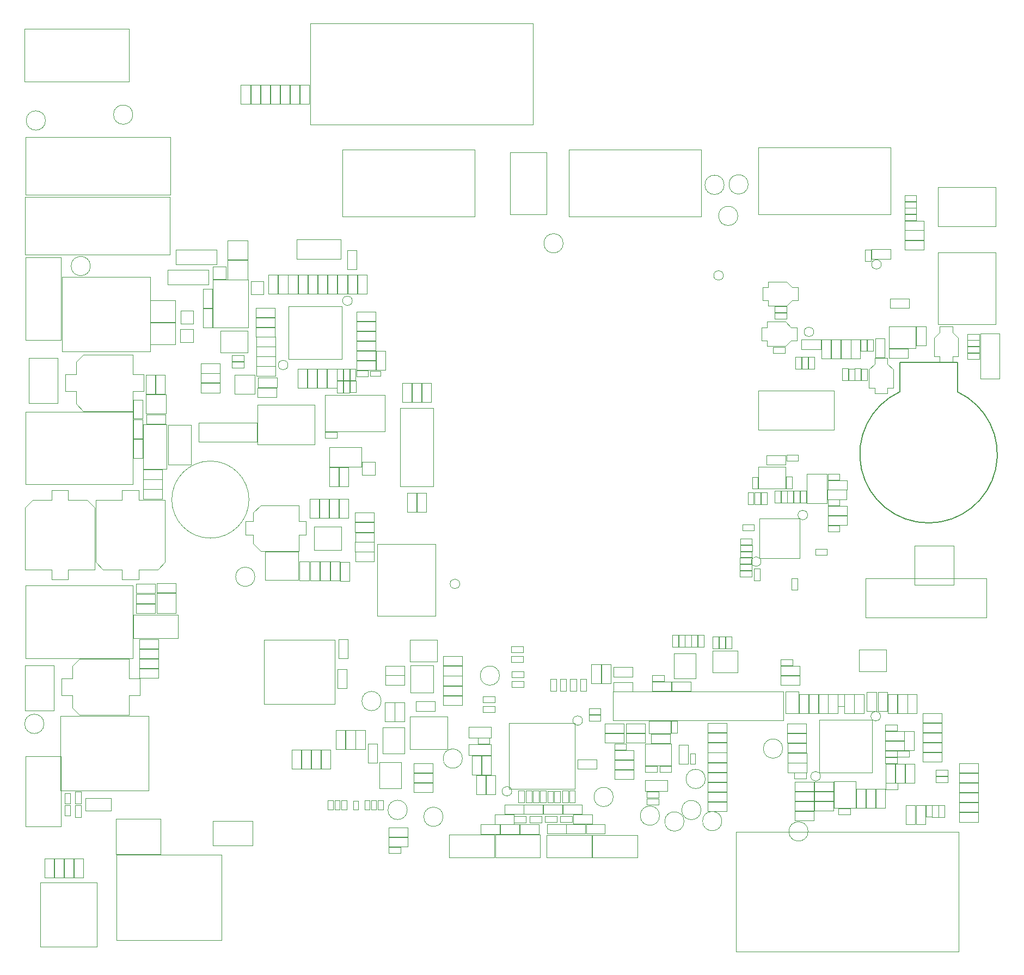
<source format=gbr>
G04 #@! TF.GenerationSoftware,KiCad,Pcbnew,8.0.0-rc1*
G04 #@! TF.CreationDate,2024-04-08T12:56:38+03:00*
G04 #@! TF.ProjectId,MXVR_3566,4d585652-5f33-4353-9636-2e6b69636164,REV1*
G04 #@! TF.SameCoordinates,Original*
G04 #@! TF.FileFunction,Other,User*
%FSLAX46Y46*%
G04 Gerber Fmt 4.6, Leading zero omitted, Abs format (unit mm)*
G04 Created by KiCad (PCBNEW 8.0.0-rc1) date 2024-04-08 12:56:38*
%MOMM*%
%LPD*%
G01*
G04 APERTURE LIST*
%ADD10C,0.050000*%
%ADD11C,0.100000*%
%ADD12C,0.150000*%
G04 APERTURE END LIST*
D10*
X110170000Y-142970000D02*
X113130000Y-142970000D01*
X110170000Y-144430000D02*
X110170000Y-142970000D01*
X113130000Y-142970000D02*
X113130000Y-144430000D01*
X113130000Y-144430000D02*
X110170000Y-144430000D01*
X198230000Y-73060000D02*
X198230000Y-80060000D01*
X198230000Y-80060000D02*
X201230000Y-80060000D01*
X201230000Y-73060000D02*
X198230000Y-73060000D01*
X201230000Y-80060000D02*
X201230000Y-73060000D01*
X101230000Y-75785000D02*
X104190000Y-75785000D01*
X101230000Y-77245000D02*
X101230000Y-75785000D01*
X104190000Y-75785000D02*
X104190000Y-77245000D01*
X104190000Y-77245000D02*
X101230000Y-77245000D01*
X81870000Y-77440000D02*
X83690000Y-77440000D01*
X81870000Y-78360000D02*
X81870000Y-77440000D01*
X83690000Y-77440000D02*
X83690000Y-78360000D01*
X83690000Y-78360000D02*
X81870000Y-78360000D01*
X169340000Y-141420000D02*
X171200000Y-141420000D01*
X169340000Y-142360000D02*
X169340000Y-141420000D01*
X171200000Y-141420000D02*
X171200000Y-142360000D01*
X171200000Y-142360000D02*
X169340000Y-142360000D01*
X170260000Y-97540000D02*
X171200000Y-97540000D01*
X170260000Y-99400000D02*
X170260000Y-97540000D01*
X171200000Y-97540000D02*
X171200000Y-99400000D01*
X171200000Y-99400000D02*
X170260000Y-99400000D01*
X81870000Y-76450000D02*
X83690000Y-76450000D01*
X81870000Y-77370000D02*
X81870000Y-76450000D01*
X83690000Y-76450000D02*
X83690000Y-77370000D01*
X83690000Y-77370000D02*
X81870000Y-77370000D01*
X92670000Y-137820000D02*
X94130000Y-137820000D01*
X92670000Y-140780000D02*
X92670000Y-137820000D01*
X94130000Y-137820000D02*
X94130000Y-140780000D01*
X94130000Y-140780000D02*
X92670000Y-140780000D01*
X89080000Y-63945000D02*
X90540000Y-63945000D01*
X89080000Y-66905000D02*
X89080000Y-63945000D01*
X90540000Y-63945000D02*
X90540000Y-66905000D01*
X90540000Y-66905000D02*
X89080000Y-66905000D01*
X147240000Y-126260000D02*
X149100000Y-126260000D01*
X147240000Y-127200000D02*
X147240000Y-126260000D01*
X149100000Y-126260000D02*
X149100000Y-127200000D01*
X149100000Y-127200000D02*
X147240000Y-127200000D01*
X180915000Y-78690000D02*
X180915000Y-81520000D01*
X181815000Y-76870000D02*
X181815000Y-77790000D01*
X181815000Y-77790000D02*
X180915000Y-78690000D01*
X181815000Y-81520000D02*
X180915000Y-81520000D01*
X181815000Y-82370000D02*
X181815000Y-81520000D01*
X183815000Y-76870000D02*
X181815000Y-76870000D01*
X183815000Y-77790000D02*
X183815000Y-76870000D01*
X183815000Y-77790000D02*
X184715000Y-78690000D01*
X183815000Y-81520000D02*
X183815000Y-82370000D01*
X183815000Y-82370000D02*
X181815000Y-82370000D01*
X184715000Y-78690000D02*
X184715000Y-81520000D01*
X184715000Y-81520000D02*
X183815000Y-81520000D01*
X99020000Y-44460000D02*
X119610000Y-44460000D01*
X119610000Y-54860000D01*
X99020000Y-54860000D01*
X99020000Y-44460000D01*
X137360000Y-132430000D02*
X139180000Y-132430000D01*
X137360000Y-133350000D02*
X137360000Y-132430000D01*
X139180000Y-132430000D02*
X139180000Y-133350000D01*
X139180000Y-133350000D02*
X137360000Y-133350000D01*
X155875000Y-141370000D02*
X158835000Y-141370000D01*
X155875000Y-142830000D02*
X155875000Y-141370000D01*
X158835000Y-141370000D02*
X158835000Y-142830000D01*
X158835000Y-142830000D02*
X155875000Y-142830000D01*
X183415000Y-138005000D02*
X185275000Y-138005000D01*
X183415000Y-138945000D02*
X183415000Y-138005000D01*
X185275000Y-138005000D02*
X185275000Y-138945000D01*
X185275000Y-138945000D02*
X183415000Y-138945000D01*
X73850000Y-72390000D02*
X73850000Y-74390000D01*
X73850000Y-72390000D02*
X75850000Y-72390000D01*
X75850000Y-74390000D02*
X73850000Y-74390000D01*
X75850000Y-74390000D02*
X75850000Y-72390000D01*
X98040000Y-134800000D02*
X99500000Y-134800000D01*
X98040000Y-137760000D02*
X98040000Y-134800000D01*
X99500000Y-134800000D02*
X99500000Y-137760000D01*
X99500000Y-137760000D02*
X98040000Y-137760000D01*
X90615000Y-63945000D02*
X92075000Y-63945000D01*
X90615000Y-66905000D02*
X90615000Y-63945000D01*
X92075000Y-63945000D02*
X92075000Y-66905000D01*
X92075000Y-66905000D02*
X90615000Y-66905000D01*
X97000000Y-93862500D02*
X98460000Y-93862500D01*
X97000000Y-96822500D02*
X97000000Y-93862500D01*
X98460000Y-93862500D02*
X98460000Y-96822500D01*
X98460000Y-96822500D02*
X97000000Y-96822500D01*
D11*
X125130000Y-44830000D02*
X130830000Y-44830000D01*
X125130000Y-54530000D02*
X125130000Y-44830000D01*
X130830000Y-44830000D02*
X130830000Y-54530000D01*
X130830000Y-54530000D02*
X125130000Y-54530000D01*
D10*
X70180000Y-111890000D02*
X73140000Y-111890000D01*
X70180000Y-113350000D02*
X70180000Y-111890000D01*
X73140000Y-111890000D02*
X73140000Y-113350000D01*
X73140000Y-113350000D02*
X70180000Y-113350000D01*
X67425000Y-123690000D02*
X70385000Y-123690000D01*
X67425000Y-125150000D02*
X67425000Y-123690000D01*
X70385000Y-123690000D02*
X70385000Y-125150000D01*
X70385000Y-125150000D02*
X67425000Y-125150000D01*
X130802500Y-151090000D02*
X137802500Y-151090000D01*
X130802500Y-154590000D02*
X130802500Y-151090000D01*
X137802500Y-151090000D02*
X137802500Y-154590000D01*
X137802500Y-154590000D02*
X130802500Y-154590000D01*
X139860000Y-133770000D02*
X142820000Y-133770000D01*
X139860000Y-135230000D02*
X139860000Y-133770000D01*
X142820000Y-133770000D02*
X142820000Y-135230000D01*
X142820000Y-135230000D02*
X139860000Y-135230000D01*
X98290000Y-125280000D02*
X99750000Y-125280000D01*
X98290000Y-128240000D02*
X98290000Y-125280000D01*
X99750000Y-125280000D02*
X99750000Y-128240000D01*
X99750000Y-128240000D02*
X98290000Y-128240000D01*
D11*
X66567500Y-116800000D02*
X73492500Y-116800000D01*
X66567500Y-120450000D02*
X66567500Y-116800000D01*
X73492500Y-116800000D02*
X73492500Y-120450000D01*
X73492500Y-120450000D02*
X66567500Y-120450000D01*
D10*
X168880000Y-111120000D02*
X169800000Y-111120000D01*
X168880000Y-112940000D02*
X168880000Y-111120000D01*
X169800000Y-111120000D02*
X169800000Y-112940000D01*
X169800000Y-112940000D02*
X168880000Y-112940000D01*
X173190000Y-133165000D02*
X173190000Y-141405000D01*
X173190000Y-141405000D02*
X181430000Y-141405000D01*
X181430000Y-133165000D02*
X173190000Y-133165000D01*
X181430000Y-141405000D02*
X181430000Y-133165000D01*
X67425000Y-125220000D02*
X70385000Y-125220000D01*
X67425000Y-126680000D02*
X67425000Y-125220000D01*
X70385000Y-125220000D02*
X70385000Y-126680000D01*
X70385000Y-126680000D02*
X67425000Y-126680000D01*
X170420000Y-73980000D02*
X173420000Y-73980000D01*
X170420000Y-75480000D02*
X170420000Y-73980000D01*
X173420000Y-73980000D02*
X173420000Y-75480000D01*
X173420000Y-75480000D02*
X170420000Y-75480000D01*
X110450000Y-130330000D02*
X113410000Y-130330000D01*
X110450000Y-131790000D02*
X110450000Y-130330000D01*
X113410000Y-130330000D02*
X113410000Y-131790000D01*
X113410000Y-131790000D02*
X110450000Y-131790000D01*
X122800000Y-151080000D02*
X129800000Y-151080000D01*
X122800000Y-154580000D02*
X122800000Y-151080000D01*
X129800000Y-151080000D02*
X129800000Y-154580000D01*
X129800000Y-154580000D02*
X122800000Y-154580000D01*
X57440000Y-146440000D02*
X58380000Y-146440000D01*
X57440000Y-148300000D02*
X57440000Y-146440000D01*
X58380000Y-146440000D02*
X58380000Y-148300000D01*
X58380000Y-148300000D02*
X57440000Y-148300000D01*
X160910000Y-105970000D02*
X162770000Y-105970000D01*
X160910000Y-106910000D02*
X160910000Y-105970000D01*
X162770000Y-105970000D02*
X162770000Y-106910000D01*
X162770000Y-106910000D02*
X160910000Y-106910000D01*
X87840000Y-34370000D02*
X89300000Y-34370000D01*
X87840000Y-37330000D02*
X87840000Y-34370000D01*
X89300000Y-34370000D02*
X89300000Y-37330000D01*
X89300000Y-37330000D02*
X87840000Y-37330000D01*
X127560000Y-144220000D02*
X128480000Y-144220000D01*
X127560000Y-146040000D02*
X127560000Y-144220000D01*
X128480000Y-144220000D02*
X128480000Y-146040000D01*
X128480000Y-146040000D02*
X127560000Y-146040000D01*
X90880000Y-34380000D02*
X92340000Y-34380000D01*
X90880000Y-37340000D02*
X90880000Y-34380000D01*
X92340000Y-34380000D02*
X92340000Y-37340000D01*
X92340000Y-37340000D02*
X90880000Y-37340000D01*
X135620000Y-139370000D02*
X138580000Y-139370000D01*
X135620000Y-140830000D02*
X135620000Y-139370000D01*
X138580000Y-139370000D02*
X138580000Y-140830000D01*
X138580000Y-140830000D02*
X135620000Y-140830000D01*
X84502500Y-98902500D02*
G75*
G02*
X72502500Y-98902500I-6000000J0D01*
G01*
X72502500Y-98902500D02*
G75*
G02*
X84502500Y-98902500I6000000J0D01*
G01*
X85630000Y-76640000D02*
X88590000Y-76640000D01*
X85630000Y-78100000D02*
X85630000Y-76640000D01*
X88590000Y-76640000D02*
X88590000Y-78100000D01*
X88590000Y-78100000D02*
X85630000Y-78100000D01*
X191040000Y-73755000D02*
X191040000Y-76585000D01*
X191940000Y-71935000D02*
X191940000Y-72855000D01*
X191940000Y-72855000D02*
X191040000Y-73755000D01*
X191940000Y-76585000D02*
X191040000Y-76585000D01*
X191940000Y-77435000D02*
X191940000Y-76585000D01*
X193940000Y-71935000D02*
X191940000Y-71935000D01*
X193940000Y-72855000D02*
X193940000Y-71935000D01*
X193940000Y-72855000D02*
X194840000Y-73755000D01*
X193940000Y-76585000D02*
X193940000Y-77435000D01*
X193940000Y-77435000D02*
X191940000Y-77435000D01*
X194840000Y-73755000D02*
X194840000Y-76585000D01*
X194840000Y-76585000D02*
X193940000Y-76585000D01*
X155870000Y-135215000D02*
X158830000Y-135215000D01*
X155870000Y-136675000D02*
X155870000Y-135215000D01*
X158830000Y-135215000D02*
X158830000Y-136675000D01*
X158830000Y-136675000D02*
X155870000Y-136675000D01*
X189780000Y-146450000D02*
X190700000Y-146450000D01*
X189780000Y-148270000D02*
X189780000Y-146450000D01*
X190700000Y-146450000D02*
X190700000Y-148270000D01*
X190700000Y-148270000D02*
X189780000Y-148270000D01*
X163760000Y-93800000D02*
X163760000Y-97200000D01*
X163760000Y-97200000D02*
X167960000Y-97200000D01*
X167960000Y-93800000D02*
X163760000Y-93800000D01*
X167960000Y-97200000D02*
X167960000Y-93800000D01*
X130855000Y-149430000D02*
X133815000Y-149430000D01*
X130855000Y-150890000D02*
X130855000Y-149430000D01*
X133815000Y-149430000D02*
X133815000Y-150890000D01*
X133815000Y-150890000D02*
X130855000Y-150890000D01*
X169260000Y-97550000D02*
X170200000Y-97550000D01*
X169260000Y-99410000D02*
X169260000Y-97550000D01*
X170200000Y-97550000D02*
X170200000Y-99410000D01*
X170200000Y-99410000D02*
X169260000Y-99410000D01*
X120845000Y-129510000D02*
X122705000Y-129510000D01*
X120845000Y-130450000D02*
X120845000Y-129510000D01*
X122705000Y-129510000D02*
X122705000Y-130450000D01*
X122705000Y-130450000D02*
X120845000Y-130450000D01*
X49780000Y-138870000D02*
X49780000Y-149770000D01*
X49780000Y-149770000D02*
X55280000Y-149770000D01*
X55280000Y-138870000D02*
X49780000Y-138870000D01*
X55280000Y-149770000D02*
X55280000Y-138870000D01*
X188320000Y-71975000D02*
X189780000Y-71975000D01*
X188320000Y-74935000D02*
X188320000Y-71975000D01*
X189780000Y-71975000D02*
X189780000Y-74935000D01*
X189780000Y-74935000D02*
X188320000Y-74935000D01*
X101230000Y-69685000D02*
X104190000Y-69685000D01*
X101230000Y-71145000D02*
X101230000Y-69685000D01*
X104190000Y-69685000D02*
X104190000Y-71145000D01*
X104190000Y-71145000D02*
X101230000Y-71145000D01*
X196260000Y-76140000D02*
X198120000Y-76140000D01*
X196260000Y-77080000D02*
X196260000Y-76140000D01*
X198120000Y-76140000D02*
X198120000Y-77080000D01*
X198120000Y-77080000D02*
X196260000Y-77080000D01*
X134940000Y-147910000D02*
X137900000Y-147910000D01*
X134940000Y-149370000D02*
X134940000Y-147910000D01*
X137900000Y-147910000D02*
X137900000Y-149370000D01*
X137900000Y-149370000D02*
X134940000Y-149370000D01*
X111400000Y-80755000D02*
X112860000Y-80755000D01*
X111400000Y-83715000D02*
X111400000Y-80755000D01*
X112860000Y-80755000D02*
X112860000Y-83715000D01*
X112860000Y-83715000D02*
X111400000Y-83715000D01*
X132907500Y-148180000D02*
X134767500Y-148180000D01*
X132907500Y-149120000D02*
X132907500Y-148180000D01*
X134767500Y-148180000D02*
X134767500Y-149120000D01*
X134767500Y-149120000D02*
X132907500Y-149120000D01*
X68025000Y-94255000D02*
X70985000Y-94255000D01*
X68025000Y-95715000D02*
X68025000Y-94255000D01*
X70985000Y-94255000D02*
X70985000Y-95715000D01*
X70985000Y-95715000D02*
X68025000Y-95715000D01*
X109620000Y-124677000D02*
X113220000Y-124677000D01*
X109620000Y-128927000D02*
X109620000Y-124677000D01*
X113220000Y-124677000D02*
X113220000Y-128927000D01*
X113220000Y-128927000D02*
X109620000Y-128927000D01*
X125370000Y-125610000D02*
X127230000Y-125610000D01*
X125370000Y-126550000D02*
X125370000Y-125610000D01*
X127230000Y-125610000D02*
X127230000Y-126550000D01*
X127230000Y-126550000D02*
X125370000Y-126550000D01*
X162080000Y-97800000D02*
X163000000Y-97800000D01*
X162080000Y-99620000D02*
X162080000Y-97800000D01*
X163000000Y-97800000D02*
X163000000Y-99620000D01*
X163000000Y-99620000D02*
X162080000Y-99620000D01*
X169402500Y-145865000D02*
X172362500Y-145865000D01*
X169402500Y-147325000D02*
X169402500Y-145865000D01*
X172362500Y-145865000D02*
X172362500Y-147325000D01*
X172362500Y-147325000D02*
X169402500Y-147325000D01*
X160900000Y-106980000D02*
X162720000Y-106980000D01*
X160900000Y-107900000D02*
X160900000Y-106980000D01*
X162720000Y-106980000D02*
X162720000Y-107900000D01*
X162720000Y-107900000D02*
X160900000Y-107900000D01*
X66440000Y-39000000D02*
G75*
G02*
X63440000Y-39000000I-1500000J0D01*
G01*
X63440000Y-39000000D02*
G75*
G02*
X66440000Y-39000000I1500000J0D01*
G01*
X134310000Y-144220000D02*
X135230000Y-144220000D01*
X134310000Y-146040000D02*
X134310000Y-144220000D01*
X135230000Y-144220000D02*
X135230000Y-146040000D01*
X135230000Y-146040000D02*
X134310000Y-146040000D01*
X178657500Y-129225000D02*
X180117500Y-129225000D01*
X178657500Y-132185000D02*
X178657500Y-129225000D01*
X180117500Y-129225000D02*
X180117500Y-132185000D01*
X180117500Y-132185000D02*
X178657500Y-132185000D01*
X81200000Y-61640000D02*
X84350000Y-61640000D01*
X81200000Y-64640000D02*
X81200000Y-61640000D01*
X81200000Y-64640000D02*
X84350000Y-64640000D01*
X84350000Y-64640000D02*
X84350000Y-61640000D01*
X182840000Y-62300000D02*
G75*
G02*
X181340000Y-62300000I-750000J0D01*
G01*
X181340000Y-62300000D02*
G75*
G02*
X182840000Y-62300000I750000J0D01*
G01*
X114710000Y-127900000D02*
X117670000Y-127900000D01*
X114710000Y-129360000D02*
X114710000Y-127900000D01*
X117670000Y-127900000D02*
X117670000Y-129360000D01*
X117670000Y-129360000D02*
X114710000Y-129360000D01*
X146390000Y-144390000D02*
X148210000Y-144390000D01*
X146390000Y-145310000D02*
X146390000Y-144390000D01*
X148210000Y-144390000D02*
X148210000Y-145310000D01*
X148210000Y-145310000D02*
X146390000Y-145310000D01*
X133865000Y-149430000D02*
X136825000Y-149430000D01*
X133865000Y-150890000D02*
X133865000Y-149430000D01*
X136825000Y-149430000D02*
X136825000Y-150890000D01*
X136825000Y-150890000D02*
X133865000Y-150890000D01*
X105760000Y-124750000D02*
X108720000Y-124750000D01*
X105760000Y-126210000D02*
X105760000Y-124750000D01*
X108720000Y-124750000D02*
X108720000Y-126210000D01*
X108720000Y-126210000D02*
X105760000Y-126210000D01*
X70130000Y-113420000D02*
X70130000Y-116570000D01*
X70130000Y-113420000D02*
X73130000Y-113420000D01*
X70130000Y-116570000D02*
X73130000Y-116570000D01*
X73130000Y-113420000D02*
X73130000Y-116570000D01*
X101230000Y-71180000D02*
X104190000Y-71180000D01*
X101230000Y-72640000D02*
X101230000Y-71180000D01*
X104190000Y-71180000D02*
X104190000Y-72640000D01*
X104190000Y-72640000D02*
X101230000Y-72640000D01*
X101017500Y-102478750D02*
X103977500Y-102478750D01*
X101017500Y-103938750D02*
X101017500Y-102478750D01*
X103977500Y-102478750D02*
X103977500Y-103938750D01*
X103977500Y-103938750D02*
X101017500Y-103938750D01*
X169407500Y-142815000D02*
X172367500Y-142815000D01*
X169407500Y-144275000D02*
X169407500Y-142815000D01*
X172367500Y-142815000D02*
X172367500Y-144275000D01*
X172367500Y-144275000D02*
X169407500Y-144275000D01*
X174530000Y-102960000D02*
X176350000Y-102960000D01*
X174530000Y-103880000D02*
X174530000Y-102960000D01*
X176350000Y-102960000D02*
X176350000Y-103880000D01*
X176350000Y-103880000D02*
X174530000Y-103880000D01*
X172427500Y-145865000D02*
X175387500Y-145865000D01*
X172427500Y-147325000D02*
X172427500Y-145865000D01*
X175387500Y-145865000D02*
X175387500Y-147325000D01*
X175387500Y-147325000D02*
X172427500Y-147325000D01*
X66945000Y-115120000D02*
X69905000Y-115120000D01*
X66945000Y-116580000D02*
X66945000Y-115120000D01*
X69905000Y-115120000D02*
X69905000Y-116580000D01*
X69905000Y-116580000D02*
X66945000Y-116580000D01*
X166280000Y-69820000D02*
X168100000Y-69820000D01*
X166280000Y-70740000D02*
X166280000Y-69820000D01*
X168100000Y-69820000D02*
X168100000Y-70740000D01*
X168100000Y-70740000D02*
X166280000Y-70740000D01*
X152170000Y-148990000D02*
G75*
G02*
X149170000Y-148990000I-1500000J0D01*
G01*
X149170000Y-148990000D02*
G75*
G02*
X152170000Y-148990000I1500000J0D01*
G01*
X101230000Y-74235000D02*
X104190000Y-74235000D01*
X101230000Y-75695000D02*
X101230000Y-74235000D01*
X104190000Y-74235000D02*
X104190000Y-75695000D01*
X104190000Y-75695000D02*
X101230000Y-75695000D01*
X109090000Y-97880000D02*
X110550000Y-97880000D01*
X109090000Y-100840000D02*
X109090000Y-97880000D01*
X110550000Y-97880000D02*
X110550000Y-100840000D01*
X110550000Y-100840000D02*
X109090000Y-100840000D01*
X176125000Y-129220000D02*
X177065000Y-129220000D01*
X176125000Y-131080000D02*
X176125000Y-129220000D01*
X177065000Y-129220000D02*
X177065000Y-131080000D01*
X177065000Y-131080000D02*
X176125000Y-131080000D01*
X173085000Y-129215000D02*
X174545000Y-129215000D01*
X173085000Y-132175000D02*
X173085000Y-129215000D01*
X174545000Y-129215000D02*
X174545000Y-132175000D01*
X174545000Y-132175000D02*
X173085000Y-132175000D01*
X95160000Y-78555000D02*
X96620000Y-78555000D01*
X95160000Y-81515000D02*
X95160000Y-78555000D01*
X96620000Y-78555000D02*
X96620000Y-81515000D01*
X96620000Y-81515000D02*
X95160000Y-81515000D01*
X155880000Y-144420000D02*
X158840000Y-144420000D01*
X155880000Y-145880000D02*
X155880000Y-144420000D01*
X158840000Y-144420000D02*
X158840000Y-145880000D01*
X158840000Y-145880000D02*
X155880000Y-145880000D01*
X189320000Y-138260000D02*
X192280000Y-138260000D01*
X189320000Y-139720000D02*
X189320000Y-138260000D01*
X192280000Y-138260000D02*
X192280000Y-139720000D01*
X192280000Y-139720000D02*
X189320000Y-139720000D01*
X95245000Y-63920000D02*
X96705000Y-63920000D01*
X95245000Y-66880000D02*
X95245000Y-63920000D01*
X96705000Y-63920000D02*
X96705000Y-66880000D01*
X96705000Y-66880000D02*
X95245000Y-66880000D01*
X163885000Y-101805000D02*
X170135000Y-101805000D01*
X163885000Y-108055000D02*
X163885000Y-101805000D01*
X170135000Y-101805000D02*
X170135000Y-108055000D01*
X170135000Y-108055000D02*
X163885000Y-108055000D01*
X155865000Y-136755000D02*
X158825000Y-136755000D01*
X155865000Y-138215000D02*
X155865000Y-136755000D01*
X158825000Y-136755000D02*
X158825000Y-138215000D01*
X158825000Y-138215000D02*
X155865000Y-138215000D01*
X109120000Y-147190000D02*
G75*
G02*
X106120000Y-147190000I-1500000J0D01*
G01*
X106120000Y-147190000D02*
G75*
G02*
X109120000Y-147190000I1500000J0D01*
G01*
X125380000Y-144290000D02*
G75*
G02*
X123880000Y-144290000I-750000J0D01*
G01*
X123880000Y-144290000D02*
G75*
G02*
X125380000Y-144290000I750000J0D01*
G01*
X167195000Y-126335000D02*
X170155000Y-126335000D01*
X167195000Y-127795000D02*
X167195000Y-126335000D01*
X170155000Y-126335000D02*
X170155000Y-127795000D01*
X170155000Y-127795000D02*
X167195000Y-127795000D01*
X186460000Y-51550000D02*
X188280000Y-51550000D01*
X186460000Y-52470000D02*
X186460000Y-51550000D01*
X188280000Y-51550000D02*
X188280000Y-52470000D01*
X188280000Y-52470000D02*
X186460000Y-52470000D01*
X128705000Y-40570000D02*
X94055000Y-40570000D01*
X94055000Y-24820000D01*
X128705000Y-24820000D01*
X128705000Y-40570000D01*
X141160000Y-145170000D02*
G75*
G02*
X138160000Y-145170000I-1500000J0D01*
G01*
X138160000Y-145170000D02*
G75*
G02*
X141160000Y-145170000I1500000J0D01*
G01*
X99570000Y-134800000D02*
X101030000Y-134800000D01*
X99570000Y-137760000D02*
X99570000Y-134800000D01*
X101030000Y-134800000D02*
X101030000Y-137760000D01*
X101030000Y-137760000D02*
X99570000Y-137760000D01*
X99845000Y-63935000D02*
X101305000Y-63935000D01*
X99845000Y-66895000D02*
X99845000Y-63935000D01*
X101305000Y-63935000D02*
X101305000Y-66895000D01*
X101305000Y-66895000D02*
X99845000Y-66895000D01*
X105760000Y-126270000D02*
X108720000Y-126270000D01*
X105760000Y-127730000D02*
X105760000Y-126270000D01*
X108720000Y-126270000D02*
X108720000Y-127730000D01*
X108720000Y-127730000D02*
X105760000Y-127730000D01*
X180660000Y-73970000D02*
X181580000Y-73970000D01*
X180660000Y-75790000D02*
X180660000Y-73970000D01*
X181580000Y-73970000D02*
X181580000Y-75790000D01*
X181580000Y-75790000D02*
X180660000Y-75790000D01*
X158410000Y-49920000D02*
G75*
G02*
X155410000Y-49920000I-1500000J0D01*
G01*
X155410000Y-49920000D02*
G75*
G02*
X158410000Y-49920000I1500000J0D01*
G01*
X166280000Y-68840000D02*
X168100000Y-68840000D01*
X166280000Y-69760000D02*
X166280000Y-68840000D01*
X168100000Y-68840000D02*
X168100000Y-69760000D01*
X168100000Y-69760000D02*
X166280000Y-69760000D01*
X77030000Y-79260000D02*
X79990000Y-79260000D01*
X77030000Y-80720000D02*
X77030000Y-79260000D01*
X79990000Y-79260000D02*
X79990000Y-80720000D01*
X79990000Y-80720000D02*
X77030000Y-80720000D01*
X69170000Y-71340000D02*
X69170000Y-74740000D01*
X69170000Y-74740000D02*
X73010000Y-74740000D01*
X73010000Y-71340000D02*
X69170000Y-71340000D01*
X73010000Y-74740000D02*
X73010000Y-71340000D01*
X84790000Y-34390000D02*
X86250000Y-34390000D01*
X84790000Y-37350000D02*
X84790000Y-34390000D01*
X86250000Y-34390000D02*
X86250000Y-37350000D01*
X86250000Y-37350000D02*
X84790000Y-37350000D01*
X119850000Y-141800000D02*
X121310000Y-141800000D01*
X119850000Y-144760000D02*
X119850000Y-141800000D01*
X121310000Y-141800000D02*
X121310000Y-144760000D01*
X121310000Y-144760000D02*
X119850000Y-144760000D01*
X120100000Y-136010000D02*
X121920000Y-136010000D01*
X120100000Y-136930000D02*
X120100000Y-136010000D01*
X121920000Y-136010000D02*
X121920000Y-136930000D01*
X121920000Y-136930000D02*
X120100000Y-136930000D01*
X69990000Y-79490000D02*
X71450000Y-79490000D01*
X69990000Y-82450000D02*
X69990000Y-79490000D01*
X71450000Y-79490000D02*
X71450000Y-82450000D01*
X71450000Y-82450000D02*
X69990000Y-82450000D01*
X160870000Y-108960000D02*
X162690000Y-108960000D01*
X160870000Y-109880000D02*
X160870000Y-108960000D01*
X162690000Y-108960000D02*
X162690000Y-109880000D01*
X162690000Y-109880000D02*
X160870000Y-109880000D01*
X179680000Y-73970000D02*
X180600000Y-73970000D01*
X179680000Y-75790000D02*
X179680000Y-73970000D01*
X180600000Y-73970000D02*
X180600000Y-75790000D01*
X180600000Y-75790000D02*
X179680000Y-75790000D01*
X104967500Y-79700000D02*
X103367500Y-79700000D01*
X103367500Y-78900000D01*
X104967500Y-78900000D01*
X104967500Y-79700000D01*
X177770000Y-78530000D02*
X178690000Y-78530000D01*
X177770000Y-80350000D02*
X177770000Y-78530000D01*
X178690000Y-78530000D02*
X178690000Y-80350000D01*
X178690000Y-80350000D02*
X177770000Y-80350000D01*
X66510000Y-89490000D02*
X67970000Y-89490000D01*
X66510000Y-92450000D02*
X66510000Y-89490000D01*
X67970000Y-89490000D02*
X67970000Y-92450000D01*
X67970000Y-92450000D02*
X66510000Y-92450000D01*
X100700000Y-145760989D02*
X101500000Y-145759011D01*
X100700000Y-147160000D02*
X100700000Y-145760000D01*
X101500000Y-145759011D02*
X101500000Y-147160000D01*
X101500000Y-147160000D02*
X100700000Y-147161978D01*
X98235000Y-80430000D02*
X99155000Y-80430000D01*
X98235000Y-82250000D02*
X98235000Y-80430000D01*
X99155000Y-80430000D02*
X99155000Y-82250000D01*
X99155000Y-82250000D02*
X98235000Y-82250000D01*
D11*
X167952500Y-128750000D02*
X169952500Y-128750000D01*
X167952500Y-132150000D02*
X167952500Y-128750000D01*
X169952500Y-128750000D02*
X169952500Y-132150000D01*
X169952500Y-132150000D02*
X167952500Y-132150000D01*
D10*
X120845000Y-131040000D02*
X122705000Y-131040000D01*
X120845000Y-131980000D02*
X120845000Y-131040000D01*
X122705000Y-131040000D02*
X122705000Y-131980000D01*
X122705000Y-131980000D02*
X120845000Y-131980000D01*
X105667500Y-130485000D02*
X107127500Y-130485000D01*
X105667500Y-133445000D02*
X105667500Y-130485000D01*
X107127500Y-130485000D02*
X107127500Y-133445000D01*
X107127500Y-133445000D02*
X105667500Y-133445000D01*
X66500000Y-86405000D02*
X67960000Y-86405000D01*
X66500000Y-89365000D02*
X66500000Y-86405000D01*
X67960000Y-86405000D02*
X67960000Y-89365000D01*
X67960000Y-89365000D02*
X66500000Y-89365000D01*
X121370000Y-141800000D02*
X122830000Y-141800000D01*
X121370000Y-144760000D02*
X121370000Y-141800000D01*
X122830000Y-141800000D02*
X122830000Y-144760000D01*
X122830000Y-144760000D02*
X121370000Y-144760000D01*
X156640000Y-120210000D02*
X157580000Y-120210000D01*
X156640000Y-122070000D02*
X156640000Y-120210000D01*
X157580000Y-120210000D02*
X157580000Y-122070000D01*
X157580000Y-122070000D02*
X156640000Y-122070000D01*
X101030000Y-104008750D02*
X103990000Y-104008750D01*
X101030000Y-105468750D02*
X101030000Y-104008750D01*
X103990000Y-104008750D02*
X103990000Y-105468750D01*
X103990000Y-105468750D02*
X101030000Y-105468750D01*
X177137500Y-129230000D02*
X178597500Y-129230000D01*
X177137500Y-132190000D02*
X177137500Y-129230000D01*
X178597500Y-129230000D02*
X178597500Y-132190000D01*
X178597500Y-132190000D02*
X177137500Y-132190000D01*
X123470000Y-126290000D02*
G75*
G02*
X120470000Y-126290000I-1500000J0D01*
G01*
X120470000Y-126290000D02*
G75*
G02*
X123470000Y-126290000I1500000J0D01*
G01*
X158650000Y-120220000D02*
X159590000Y-120220000D01*
X158650000Y-122080000D02*
X158650000Y-120220000D01*
X159590000Y-120220000D02*
X159590000Y-122080000D01*
X159590000Y-122080000D02*
X158650000Y-122080000D01*
X181990000Y-143900000D02*
X183450000Y-143900000D01*
X181990000Y-146860000D02*
X181990000Y-143900000D01*
X183450000Y-143900000D02*
X183450000Y-146860000D01*
X183450000Y-146860000D02*
X181990000Y-146860000D01*
X56680000Y-144572500D02*
X55880000Y-144572500D01*
X55880000Y-146172500D01*
X56680000Y-146172500D01*
X56680000Y-144572500D01*
X109860000Y-80755000D02*
X111320000Y-80755000D01*
X109860000Y-83715000D02*
X109860000Y-80755000D01*
X111320000Y-80755000D02*
X111320000Y-83715000D01*
X111320000Y-83715000D02*
X109860000Y-83715000D01*
X169510000Y-76720000D02*
X170430000Y-76720000D01*
X169510000Y-78540000D02*
X169510000Y-76720000D01*
X170430000Y-76720000D02*
X170430000Y-78540000D01*
X170430000Y-78540000D02*
X169510000Y-78540000D01*
X154810000Y-147210000D02*
G75*
G02*
X151810000Y-147210000I-1500000J0D01*
G01*
X151810000Y-147210000D02*
G75*
G02*
X154810000Y-147210000I1500000J0D01*
G01*
X85870000Y-81510000D02*
X88830000Y-81510000D01*
X85870000Y-82970000D02*
X85870000Y-81510000D01*
X88830000Y-81510000D02*
X88830000Y-82970000D01*
X88830000Y-82970000D02*
X85870000Y-82970000D01*
X90700000Y-68840000D02*
X90700000Y-77080000D01*
X90700000Y-77080000D02*
X98940000Y-77080000D01*
X98940000Y-68840000D02*
X90700000Y-68840000D01*
X98940000Y-77080000D02*
X98940000Y-68840000D01*
X77330000Y-69140000D02*
X78790000Y-69140000D01*
X77330000Y-72100000D02*
X77330000Y-69140000D01*
X78790000Y-69140000D02*
X78790000Y-72100000D01*
X78790000Y-72100000D02*
X77330000Y-72100000D01*
X150160000Y-133350000D02*
X151080000Y-133350000D01*
X150160000Y-135170000D02*
X150160000Y-133350000D01*
X151080000Y-133350000D02*
X151080000Y-135170000D01*
X151080000Y-135170000D02*
X150160000Y-135170000D01*
X194955000Y-141440000D02*
X197915000Y-141440000D01*
X194955000Y-142900000D02*
X194955000Y-141440000D01*
X197915000Y-141440000D02*
X197915000Y-142900000D01*
X197915000Y-142900000D02*
X194955000Y-142900000D01*
X160540000Y-54750000D02*
G75*
G02*
X157540000Y-54750000I-1500000J0D01*
G01*
X157540000Y-54750000D02*
G75*
G02*
X160540000Y-54750000I1500000J0D01*
G01*
X155870000Y-145930000D02*
X158830000Y-145930000D01*
X155870000Y-147390000D02*
X155870000Y-145930000D01*
X158830000Y-145930000D02*
X158830000Y-147390000D01*
X158830000Y-147390000D02*
X155870000Y-147390000D01*
X152330000Y-119980000D02*
X153270000Y-119980000D01*
X152330000Y-121840000D02*
X152330000Y-119980000D01*
X153270000Y-119980000D02*
X153270000Y-121840000D01*
X153270000Y-121840000D02*
X152330000Y-121840000D01*
X146130000Y-140340000D02*
X147950000Y-140340000D01*
X146130000Y-141260000D02*
X146130000Y-140340000D01*
X147950000Y-140340000D02*
X147950000Y-141260000D01*
X147950000Y-141260000D02*
X146130000Y-141260000D01*
X78214290Y-65410000D02*
X71874290Y-65410000D01*
X71874290Y-63140000D01*
X78214290Y-63140000D01*
X78214290Y-65410000D01*
X105280000Y-134320000D02*
X105280000Y-138420000D01*
X105280000Y-138420000D02*
X108680000Y-138420000D01*
X108680000Y-134320000D02*
X105280000Y-134320000D01*
X108680000Y-138420000D02*
X108680000Y-134320000D01*
X196250000Y-73110000D02*
X198110000Y-73110000D01*
X196250000Y-74050000D02*
X196250000Y-73110000D01*
X198110000Y-73110000D02*
X198110000Y-74050000D01*
X198110000Y-74050000D02*
X196250000Y-74050000D01*
X85630000Y-78170000D02*
X88590000Y-78170000D01*
X85630000Y-79630000D02*
X85630000Y-78170000D01*
X88590000Y-78170000D02*
X88590000Y-79630000D01*
X88590000Y-79630000D02*
X85630000Y-79630000D01*
D11*
X78870000Y-148905000D02*
X85065000Y-148905000D01*
X78870000Y-152755000D02*
X78870000Y-148905000D01*
X85065000Y-148905000D02*
X85065000Y-152755000D01*
X85065000Y-152755000D02*
X78870000Y-152755000D01*
D10*
X180600000Y-128820000D02*
X182060000Y-128820000D01*
X180600000Y-131780000D02*
X180600000Y-128820000D01*
X182060000Y-128820000D02*
X182060000Y-131780000D01*
X182060000Y-131780000D02*
X180600000Y-131780000D01*
X181940000Y-73800000D02*
X183400000Y-73800000D01*
X181940000Y-76760000D02*
X181940000Y-73800000D01*
X183400000Y-73800000D02*
X183400000Y-76760000D01*
X183400000Y-76760000D02*
X181940000Y-76760000D01*
X153350000Y-119990000D02*
X154270000Y-119990000D01*
X153350000Y-121810000D02*
X153350000Y-119990000D01*
X154270000Y-119990000D02*
X154270000Y-121810000D01*
X154270000Y-121810000D02*
X153350000Y-121810000D01*
X101210000Y-77305000D02*
X104170000Y-77305000D01*
X101210000Y-78765000D02*
X101210000Y-77305000D01*
X104170000Y-77305000D02*
X104170000Y-78765000D01*
X104170000Y-78765000D02*
X101210000Y-78765000D01*
X189270000Y-132130000D02*
X192230000Y-132130000D01*
X189270000Y-133590000D02*
X189270000Y-132130000D01*
X192230000Y-132130000D02*
X192230000Y-133590000D01*
X192230000Y-133590000D02*
X189270000Y-133590000D01*
X89360000Y-34380000D02*
X90820000Y-34380000D01*
X89360000Y-37340000D02*
X89360000Y-34380000D01*
X90820000Y-34380000D02*
X90820000Y-37340000D01*
X90820000Y-37340000D02*
X89360000Y-37340000D01*
X164140000Y-97820000D02*
X165060000Y-97820000D01*
X164140000Y-99640000D02*
X164140000Y-97820000D01*
X165060000Y-97820000D02*
X165060000Y-99640000D01*
X165060000Y-99640000D02*
X164140000Y-99640000D01*
D11*
X49750000Y-42460000D02*
X49750000Y-51460000D01*
X49750000Y-51460000D02*
X72250000Y-51460000D01*
X72250000Y-42460000D02*
X49750000Y-42460000D01*
X72250000Y-51460000D02*
X72250000Y-42460000D01*
D10*
X85630000Y-73610000D02*
X88590000Y-73610000D01*
X85630000Y-75070000D02*
X85630000Y-73610000D01*
X88590000Y-73610000D02*
X88590000Y-75070000D01*
X88590000Y-75070000D02*
X85630000Y-75070000D01*
X129780000Y-144220000D02*
X130700000Y-144220000D01*
X129780000Y-146040000D02*
X129780000Y-144220000D01*
X130700000Y-144220000D02*
X130700000Y-146040000D01*
X130700000Y-146040000D02*
X129780000Y-146040000D01*
X102490000Y-145720989D02*
X103290000Y-145719011D01*
X102490000Y-147120000D02*
X102490000Y-145720000D01*
X103290000Y-145719011D02*
X103290000Y-147120000D01*
X103290000Y-147120000D02*
X102490000Y-147121978D01*
X147020000Y-135350000D02*
X149980000Y-135350000D01*
X147020000Y-136810000D02*
X147020000Y-135350000D01*
X149980000Y-135350000D02*
X149980000Y-136810000D01*
X149980000Y-136810000D02*
X147020000Y-136810000D01*
X104490000Y-105830000D02*
X113540000Y-105830000D01*
X104490000Y-117030000D02*
X104490000Y-105830000D01*
X113540000Y-105830000D02*
X113540000Y-117030000D01*
X113540000Y-117030000D02*
X104490000Y-117030000D01*
X71935000Y-87320000D02*
X71935000Y-93470000D01*
X71935000Y-93470000D02*
X75535000Y-93470000D01*
X75535000Y-87320000D02*
X71935000Y-87320000D01*
X75535000Y-93470000D02*
X75535000Y-87320000D01*
X57290000Y-154782500D02*
X58750000Y-154782500D01*
X57290000Y-157742500D02*
X57290000Y-154782500D01*
X58750000Y-154782500D02*
X58750000Y-157742500D01*
X58750000Y-157742500D02*
X57290000Y-157742500D01*
X151370000Y-137110000D02*
X152830000Y-137110000D01*
X151370000Y-140070000D02*
X151370000Y-137110000D01*
X152830000Y-137110000D02*
X152830000Y-140070000D01*
X152830000Y-140070000D02*
X151370000Y-140070000D01*
X76720000Y-86930000D02*
X85720000Y-86930000D01*
X76720000Y-89930000D02*
X76720000Y-86930000D01*
X85720000Y-86930000D02*
X85720000Y-89930000D01*
X85720000Y-89930000D02*
X76720000Y-89930000D01*
X160860000Y-107960000D02*
X162720000Y-107960000D01*
X160860000Y-108900000D02*
X160860000Y-107960000D01*
X162720000Y-107960000D02*
X162720000Y-108900000D01*
X162720000Y-108900000D02*
X160860000Y-108900000D01*
X110620000Y-97880000D02*
X112080000Y-97880000D01*
X110620000Y-100840000D02*
X110620000Y-97880000D01*
X112080000Y-97880000D02*
X112080000Y-100840000D01*
X112080000Y-100840000D02*
X110620000Y-100840000D01*
X57450000Y-144360000D02*
X58390000Y-144360000D01*
X57450000Y-146220000D02*
X57450000Y-144360000D01*
X58390000Y-144360000D02*
X58390000Y-146220000D01*
X58390000Y-146220000D02*
X57450000Y-146220000D01*
X182370000Y-128870000D02*
X183830000Y-128870000D01*
X182370000Y-131830000D02*
X182370000Y-128870000D01*
X183830000Y-128870000D02*
X183830000Y-131830000D01*
X183830000Y-131830000D02*
X182370000Y-131830000D01*
X109570000Y-120700000D02*
X109570000Y-124100000D01*
X109570000Y-124100000D02*
X113770000Y-124100000D01*
X113770000Y-120700000D02*
X109570000Y-120700000D01*
X113770000Y-124100000D02*
X113770000Y-120700000D01*
X128145000Y-148200000D02*
X130005000Y-148200000D01*
X128145000Y-149140000D02*
X128145000Y-148200000D01*
X130005000Y-148200000D02*
X130005000Y-149140000D01*
X130005000Y-149140000D02*
X128145000Y-149140000D01*
X167195000Y-124775000D02*
X170155000Y-124775000D01*
X167195000Y-126235000D02*
X167195000Y-124775000D01*
X170155000Y-124775000D02*
X170155000Y-126235000D01*
X170155000Y-126235000D02*
X167195000Y-126235000D01*
X120690000Y-138775000D02*
X122150000Y-138775000D01*
X120690000Y-141735000D02*
X120690000Y-138775000D01*
X122150000Y-138775000D02*
X122150000Y-141735000D01*
X122150000Y-141735000D02*
X120690000Y-141735000D01*
X150610000Y-122867500D02*
X150610000Y-126707500D01*
X150610000Y-126707500D02*
X154010000Y-126707500D01*
X154010000Y-122867500D02*
X150610000Y-122867500D01*
X154010000Y-126707500D02*
X154010000Y-122867500D01*
X173510000Y-73965000D02*
X174970000Y-73965000D01*
X173510000Y-76925000D02*
X173510000Y-73965000D01*
X174970000Y-73965000D02*
X174970000Y-76925000D01*
X174970000Y-76925000D02*
X173510000Y-76925000D01*
X92090000Y-78545000D02*
X93550000Y-78545000D01*
X92090000Y-81505000D02*
X92090000Y-78545000D01*
X93550000Y-78545000D02*
X93550000Y-81505000D01*
X93550000Y-81505000D02*
X92090000Y-81505000D01*
X97150000Y-108568750D02*
X98610000Y-108568750D01*
X97150000Y-111528750D02*
X97150000Y-108568750D01*
X98610000Y-108568750D02*
X98610000Y-111528750D01*
X98610000Y-111528750D02*
X97150000Y-111528750D01*
X155870000Y-142900000D02*
X158830000Y-142900000D01*
X155870000Y-144360000D02*
X155870000Y-142900000D01*
X158830000Y-142900000D02*
X158830000Y-144360000D01*
X158830000Y-144360000D02*
X155870000Y-144360000D01*
X143145000Y-133770000D02*
X146105000Y-133770000D01*
X143145000Y-135230000D02*
X143145000Y-133770000D01*
X146105000Y-133770000D02*
X146105000Y-135230000D01*
X146105000Y-135230000D02*
X143145000Y-135230000D01*
X162760000Y-95390000D02*
X163680000Y-95390000D01*
X162760000Y-97210000D02*
X162760000Y-95390000D01*
X163680000Y-95390000D02*
X163680000Y-97210000D01*
X163680000Y-97210000D02*
X162760000Y-97210000D01*
X125745000Y-148200000D02*
X127605000Y-148200000D01*
X125745000Y-149140000D02*
X125745000Y-148200000D01*
X127605000Y-148200000D02*
X127605000Y-149140000D01*
X127605000Y-149140000D02*
X125745000Y-149140000D01*
X60660000Y-99000000D02*
X64760000Y-99000000D01*
X60660000Y-108650000D02*
X60660000Y-99000000D01*
X61810000Y-109800000D02*
X60660000Y-108650000D01*
X61810000Y-109800000D02*
X64760000Y-109800000D01*
X64760000Y-97450000D02*
X67360000Y-97450000D01*
X64760000Y-99000000D02*
X64760000Y-97450000D01*
X64760000Y-109800000D02*
X64760000Y-111350000D01*
X64760000Y-111350000D02*
X67360000Y-111350000D01*
X67360000Y-97450000D02*
X67360000Y-99000000D01*
X67360000Y-99000000D02*
X71460000Y-99000000D01*
X67360000Y-109800000D02*
X70310000Y-109800000D01*
X67360000Y-111350000D02*
X67360000Y-109800000D01*
X70310000Y-109800000D02*
X71460000Y-108650000D01*
X71460000Y-108650000D02*
X71460000Y-99000000D01*
X141355000Y-137880000D02*
X144315000Y-137880000D01*
X141355000Y-139340000D02*
X141355000Y-137880000D01*
X144315000Y-137880000D02*
X144315000Y-139340000D01*
X144315000Y-139340000D02*
X141355000Y-139340000D01*
X172422500Y-144325000D02*
X175382500Y-144325000D01*
X172422500Y-145785000D02*
X172422500Y-144325000D01*
X175382500Y-144325000D02*
X175382500Y-145785000D01*
X175382500Y-145785000D02*
X172422500Y-145785000D01*
X180310000Y-60010000D02*
X181230000Y-60010000D01*
X180310000Y-61830000D02*
X180310000Y-60010000D01*
X181230000Y-60010000D02*
X181230000Y-61830000D01*
X181230000Y-61830000D02*
X180310000Y-61830000D01*
X98515000Y-98800000D02*
X99975000Y-98800000D01*
X98515000Y-101760000D02*
X98515000Y-98800000D01*
X99975000Y-98800000D02*
X99975000Y-101760000D01*
X99975000Y-101760000D02*
X98515000Y-101760000D01*
X108320000Y-80755000D02*
X109780000Y-80755000D01*
X108320000Y-83715000D02*
X108320000Y-80755000D01*
X109780000Y-80755000D02*
X109780000Y-83715000D01*
X109780000Y-83715000D02*
X108320000Y-83715000D01*
X52060000Y-158510000D02*
X52060000Y-168510000D01*
X52060000Y-158510000D02*
X60860000Y-158510000D01*
X60860000Y-168510000D02*
X52060000Y-168510000D01*
X60860000Y-168510000D02*
X60860000Y-158510000D01*
X86830000Y-120730000D02*
X97830000Y-120730000D01*
X86830000Y-130730000D02*
X86830000Y-120730000D01*
X97830000Y-120730000D02*
X97830000Y-130730000D01*
X97830000Y-130730000D02*
X86830000Y-130730000D01*
X55920000Y-79445000D02*
X55920000Y-82045000D01*
X55920000Y-82045000D02*
X57620000Y-82045000D01*
X57620000Y-77495000D02*
X57620000Y-79445000D01*
X57620000Y-77495000D02*
X58770000Y-76345000D01*
X57620000Y-79445000D02*
X55920000Y-79445000D01*
X57620000Y-82045000D02*
X57620000Y-83995000D01*
X57620000Y-83995000D02*
X58770000Y-85145000D01*
X58770000Y-76345000D02*
X66420000Y-76345000D01*
X58770000Y-85145000D02*
X66420000Y-85145000D01*
X66420000Y-76345000D02*
X66420000Y-79445000D01*
X66420000Y-79445000D02*
X68120000Y-79445000D01*
X66420000Y-82045000D02*
X66420000Y-85145000D01*
X68120000Y-79445000D02*
X68120000Y-82045000D01*
X68120000Y-82045000D02*
X66420000Y-82045000D01*
X174530000Y-98920000D02*
X176350000Y-98920000D01*
X174530000Y-99840000D02*
X174530000Y-98920000D01*
X176350000Y-98920000D02*
X176350000Y-99840000D01*
X176350000Y-99840000D02*
X174530000Y-99840000D01*
X173390000Y-141955000D02*
G75*
G02*
X171890000Y-141955000I-750000J0D01*
G01*
X171890000Y-141955000D02*
G75*
G02*
X173390000Y-141955000I750000J0D01*
G01*
X189305000Y-135190000D02*
X192265000Y-135190000D01*
X189305000Y-136650000D02*
X189305000Y-135190000D01*
X192265000Y-135190000D02*
X192265000Y-136650000D01*
X192265000Y-136650000D02*
X189305000Y-136650000D01*
X94062500Y-108573750D02*
X95522500Y-108573750D01*
X94062500Y-111533750D02*
X94062500Y-108573750D01*
X95522500Y-108573750D02*
X95522500Y-111533750D01*
X95522500Y-111533750D02*
X94062500Y-111533750D01*
X174600000Y-129215000D02*
X176060000Y-129215000D01*
X174600000Y-132175000D02*
X174600000Y-129215000D01*
X176060000Y-129215000D02*
X176060000Y-132175000D01*
X176060000Y-132175000D02*
X174600000Y-132175000D01*
X183500000Y-140010000D02*
X184960000Y-140010000D01*
X183500000Y-142970000D02*
X183500000Y-140010000D01*
X184960000Y-140010000D02*
X184960000Y-142970000D01*
X184960000Y-142970000D02*
X183500000Y-142970000D01*
X101020000Y-100923750D02*
X103980000Y-100923750D01*
X101020000Y-102383750D02*
X101020000Y-100923750D01*
X103980000Y-100923750D02*
X103980000Y-102383750D01*
X103980000Y-102383750D02*
X101020000Y-102383750D01*
X175050000Y-73960000D02*
X176510000Y-73960000D01*
X175050000Y-76920000D02*
X175050000Y-73960000D01*
X176510000Y-73960000D02*
X176510000Y-76920000D01*
X176510000Y-76920000D02*
X175050000Y-76920000D01*
X178750000Y-78520000D02*
X179670000Y-78520000D01*
X178750000Y-80340000D02*
X178750000Y-78520000D01*
X179670000Y-78520000D02*
X179670000Y-80340000D01*
X179670000Y-80340000D02*
X178750000Y-80340000D01*
X126655000Y-149460000D02*
X129615000Y-149460000D01*
X126655000Y-150920000D02*
X126655000Y-149460000D01*
X129615000Y-149460000D02*
X129615000Y-150920000D01*
X129615000Y-150920000D02*
X126655000Y-150920000D01*
X148360000Y-148090000D02*
G75*
G02*
X145360000Y-148090000I-1500000J0D01*
G01*
X145360000Y-148090000D02*
G75*
G02*
X148360000Y-148090000I1500000J0D01*
G01*
X106270000Y-151480000D02*
X109230000Y-151480000D01*
X106270000Y-152940000D02*
X106270000Y-151480000D01*
X109230000Y-151480000D02*
X109230000Y-152940000D01*
X109230000Y-152940000D02*
X106270000Y-152940000D01*
X153120000Y-140000000D02*
X153920000Y-140000000D01*
X153920000Y-138400000D01*
X153120000Y-138400000D01*
X153120000Y-140000000D01*
X55320000Y-126750000D02*
X55320000Y-129350000D01*
X55320000Y-129350000D02*
X57020000Y-129350000D01*
X57020000Y-124800000D02*
X57020000Y-126750000D01*
X57020000Y-124800000D02*
X58170000Y-123650000D01*
X57020000Y-126750000D02*
X55320000Y-126750000D01*
X57020000Y-129350000D02*
X57020000Y-131300000D01*
X57020000Y-131300000D02*
X58170000Y-132450000D01*
X58170000Y-123650000D02*
X65820000Y-123650000D01*
X58170000Y-132450000D02*
X65820000Y-132450000D01*
X65820000Y-123650000D02*
X65820000Y-126750000D01*
X65820000Y-126750000D02*
X67520000Y-126750000D01*
X65820000Y-129350000D02*
X65820000Y-132450000D01*
X67520000Y-126750000D02*
X67520000Y-129350000D01*
X67520000Y-129350000D02*
X65820000Y-129350000D01*
X78865000Y-64695000D02*
X78865000Y-72115000D01*
X84365000Y-64695000D02*
X78865000Y-64695000D01*
X84365000Y-64695000D02*
X84365000Y-72115000D01*
X84365000Y-72115000D02*
X78865000Y-72115000D01*
X127270000Y-146390000D02*
X130230000Y-146390000D01*
X127270000Y-147850000D02*
X127270000Y-146390000D01*
X130230000Y-146390000D02*
X130230000Y-147850000D01*
X130230000Y-147850000D02*
X127270000Y-147850000D01*
X115650000Y-151080000D02*
X122650000Y-151080000D01*
X115650000Y-154580000D02*
X115650000Y-151080000D01*
X122650000Y-151080000D02*
X122650000Y-154580000D01*
X122650000Y-154580000D02*
X115650000Y-154580000D01*
X178950000Y-143910000D02*
X180410000Y-143910000D01*
X178950000Y-146870000D02*
X178950000Y-143910000D01*
X180410000Y-143910000D02*
X180410000Y-146870000D01*
X180410000Y-146870000D02*
X178950000Y-146870000D01*
X103520000Y-145720000D02*
X104320000Y-145719011D01*
X103520000Y-147120000D02*
X103520000Y-145720000D01*
X104320000Y-145719011D02*
X104320000Y-147120000D01*
X104320000Y-147120000D02*
X103520000Y-147121978D01*
X137770000Y-124510000D02*
X139230000Y-124510000D01*
X137770000Y-127470000D02*
X137770000Y-124510000D01*
X139230000Y-124510000D02*
X139230000Y-127470000D01*
X139230000Y-127470000D02*
X137770000Y-127470000D01*
X93715000Y-63937500D02*
X95175000Y-63937500D01*
X93715000Y-66897500D02*
X93715000Y-63937500D01*
X95175000Y-63937500D02*
X95175000Y-66897500D01*
X95175000Y-66897500D02*
X93715000Y-66897500D01*
X97850000Y-145730989D02*
X98650000Y-145729011D01*
X97850000Y-147130000D02*
X97850000Y-145730000D01*
X98650000Y-145729011D02*
X98650000Y-147130000D01*
X98650000Y-147130000D02*
X97850000Y-147131978D01*
X179750000Y-78530000D02*
X180670000Y-78530000D01*
X179750000Y-80350000D02*
X179750000Y-78530000D01*
X180670000Y-78530000D02*
X180670000Y-80350000D01*
X180670000Y-80350000D02*
X179750000Y-80350000D01*
X66950000Y-111990000D02*
X69910000Y-111990000D01*
X66950000Y-113450000D02*
X66950000Y-111990000D01*
X69910000Y-111990000D02*
X69910000Y-113450000D01*
X69910000Y-113450000D02*
X66950000Y-113450000D01*
X196250000Y-75120000D02*
X198110000Y-75120000D01*
X196250000Y-76060000D02*
X196250000Y-75120000D01*
X198110000Y-75120000D02*
X198110000Y-76060000D01*
X198110000Y-76060000D02*
X196250000Y-76060000D01*
X184210000Y-67620000D02*
X187170000Y-67620000D01*
X184210000Y-69080000D02*
X184210000Y-67620000D01*
X187170000Y-67620000D02*
X187170000Y-69080000D01*
X187170000Y-69080000D02*
X184210000Y-69080000D01*
X52860000Y-39910000D02*
G75*
G02*
X49860000Y-39910000I-1500000J0D01*
G01*
X49860000Y-39910000D02*
G75*
G02*
X52860000Y-39910000I1500000J0D01*
G01*
X110170000Y-139920000D02*
X113130000Y-139920000D01*
X110170000Y-141380000D02*
X110170000Y-139920000D01*
X113130000Y-139920000D02*
X113130000Y-141380000D01*
X113130000Y-141380000D02*
X110170000Y-141380000D01*
X171490000Y-76710000D02*
X172410000Y-76710000D01*
X171490000Y-78530000D02*
X171490000Y-76710000D01*
X172410000Y-76710000D02*
X172410000Y-78530000D01*
X172410000Y-78530000D02*
X171490000Y-78530000D01*
X124990000Y-143900000D02*
X135220000Y-143900000D01*
X135220000Y-133650000D01*
X124990000Y-133650000D01*
X124990000Y-143900000D01*
X185425000Y-129180000D02*
X186885000Y-129180000D01*
X185425000Y-132140000D02*
X185425000Y-129180000D01*
X186885000Y-129180000D02*
X186885000Y-132140000D01*
X186885000Y-132140000D02*
X185425000Y-132140000D01*
X186480000Y-57010000D02*
X189480000Y-57010000D01*
X186480000Y-58510000D02*
X186480000Y-57010000D01*
X189480000Y-57010000D02*
X189480000Y-58510000D01*
X189480000Y-58510000D02*
X186480000Y-58510000D01*
X139870000Y-135300000D02*
X142830000Y-135300000D01*
X139870000Y-136760000D02*
X139870000Y-135300000D01*
X142830000Y-135300000D02*
X142830000Y-136760000D01*
X142830000Y-136760000D02*
X139870000Y-136760000D01*
X49710000Y-100150000D02*
X49710000Y-109800000D01*
X50860000Y-99000000D02*
X49710000Y-100150000D01*
X53810000Y-97450000D02*
X53810000Y-99000000D01*
X53810000Y-99000000D02*
X50860000Y-99000000D01*
X53810000Y-109800000D02*
X49710000Y-109800000D01*
X53810000Y-111350000D02*
X53810000Y-109800000D01*
X56410000Y-97450000D02*
X53810000Y-97450000D01*
X56410000Y-99000000D02*
X56410000Y-97450000D01*
X56410000Y-109800000D02*
X56410000Y-111350000D01*
X56410000Y-111350000D02*
X53810000Y-111350000D01*
X59360000Y-99000000D02*
X56410000Y-99000000D01*
X59360000Y-99000000D02*
X60510000Y-100150000D01*
X60510000Y-100150000D02*
X60510000Y-109800000D01*
X60510000Y-109800000D02*
X56410000Y-109800000D01*
X98230000Y-78555000D02*
X99150000Y-78555000D01*
X98230000Y-80375000D02*
X98230000Y-78555000D01*
X99150000Y-78555000D02*
X99150000Y-80375000D01*
X99150000Y-80375000D02*
X98230000Y-80375000D01*
X166030000Y-75160000D02*
X167850000Y-75160000D01*
X166030000Y-76080000D02*
X166030000Y-75160000D01*
X167850000Y-75160000D02*
X167850000Y-76080000D01*
X167850000Y-76080000D02*
X166030000Y-76080000D01*
X191350000Y-141990000D02*
X193170000Y-141990000D01*
X191350000Y-142910000D02*
X191350000Y-141990000D01*
X193170000Y-141990000D02*
X193170000Y-142910000D01*
X193170000Y-142910000D02*
X191350000Y-142910000D01*
X186945000Y-129185000D02*
X188405000Y-129185000D01*
X186945000Y-132145000D02*
X186945000Y-129185000D01*
X188405000Y-129185000D02*
X188405000Y-132145000D01*
X188405000Y-132145000D02*
X186945000Y-132145000D01*
X164420000Y-65880000D02*
X165270000Y-65880000D01*
X164420000Y-67880000D02*
X164420000Y-65880000D01*
X165270000Y-65880000D02*
X165270000Y-64980000D01*
X165270000Y-67880000D02*
X164420000Y-67880000D01*
X165270000Y-68780000D02*
X165270000Y-67880000D01*
X168100000Y-64980000D02*
X165270000Y-64980000D01*
X168100000Y-68780000D02*
X165270000Y-68780000D01*
X169000000Y-65880000D02*
X168100000Y-64980000D01*
X169000000Y-67880000D02*
X168100000Y-68780000D01*
X169000000Y-67880000D02*
X169920000Y-67880000D01*
X169920000Y-65880000D02*
X169000000Y-65880000D01*
X169920000Y-67880000D02*
X169920000Y-65880000D01*
X52620000Y-133800000D02*
G75*
G02*
X49620000Y-133800000I-1500000J0D01*
G01*
X49620000Y-133800000D02*
G75*
G02*
X52620000Y-133800000I1500000J0D01*
G01*
X131390000Y-126860000D02*
X132330000Y-126860000D01*
X131390000Y-128720000D02*
X131390000Y-126860000D01*
X132330000Y-126860000D02*
X132330000Y-128720000D01*
X132330000Y-128720000D02*
X131390000Y-128720000D01*
X160920000Y-104980000D02*
X162740000Y-104980000D01*
X160920000Y-105900000D02*
X160920000Y-104980000D01*
X162740000Y-104980000D02*
X162740000Y-105900000D01*
X162740000Y-105900000D02*
X160920000Y-105900000D01*
X108040000Y-84685000D02*
X113140000Y-84685000D01*
X113140000Y-96885000D01*
X108040000Y-96885000D01*
X108040000Y-84685000D01*
X179390000Y-122240000D02*
X179390000Y-125640000D01*
X179390000Y-125640000D02*
X183590000Y-125640000D01*
X183590000Y-122240000D02*
X179390000Y-122240000D01*
X183590000Y-125640000D02*
X183590000Y-122240000D01*
X166230000Y-97557500D02*
X167170000Y-97557500D01*
X166230000Y-99417500D02*
X166230000Y-97557500D01*
X167170000Y-97557500D02*
X167170000Y-99417500D01*
X167170000Y-99417500D02*
X166230000Y-99417500D01*
X100205000Y-80425000D02*
X101125000Y-80425000D01*
X100205000Y-82245000D02*
X100205000Y-80425000D01*
X101125000Y-80425000D02*
X101125000Y-82245000D01*
X101125000Y-82245000D02*
X100205000Y-82245000D01*
X98702500Y-108598750D02*
X100162500Y-108598750D01*
X98702500Y-111558750D02*
X98702500Y-108598750D01*
X100162500Y-108598750D02*
X100162500Y-111558750D01*
X100162500Y-111558750D02*
X98702500Y-111558750D01*
X49770000Y-61190000D02*
X49770000Y-74090000D01*
X49770000Y-74090000D02*
X55270000Y-74090000D01*
X55270000Y-61190000D02*
X49770000Y-61190000D01*
X55270000Y-74090000D02*
X55270000Y-61190000D01*
X183422500Y-134955000D02*
X186382500Y-134955000D01*
X183422500Y-136415000D02*
X183422500Y-134955000D01*
X186382500Y-134955000D02*
X186382500Y-136415000D01*
X186382500Y-136415000D02*
X183422500Y-136415000D01*
X169397500Y-144335000D02*
X172357500Y-144335000D01*
X169397500Y-145795000D02*
X169397500Y-144335000D01*
X172357500Y-144335000D02*
X172357500Y-145795000D01*
X172357500Y-145795000D02*
X169397500Y-145795000D01*
X154350000Y-120000000D02*
X155270000Y-120000000D01*
X154350000Y-121820000D02*
X154350000Y-120000000D01*
X155270000Y-120000000D02*
X155270000Y-121820000D01*
X155270000Y-121820000D02*
X154350000Y-121820000D01*
X171565000Y-129200000D02*
X173025000Y-129200000D01*
X171565000Y-132160000D02*
X171565000Y-129200000D01*
X173025000Y-129200000D02*
X173025000Y-132160000D01*
X173025000Y-132160000D02*
X171565000Y-132160000D01*
X101030000Y-107038750D02*
X103990000Y-107038750D01*
X101030000Y-108498750D02*
X101030000Y-107038750D01*
X103990000Y-107038750D02*
X103990000Y-108498750D01*
X103990000Y-108498750D02*
X101030000Y-108498750D01*
X131990000Y-144230000D02*
X132910000Y-144230000D01*
X131990000Y-146050000D02*
X131990000Y-144230000D01*
X132910000Y-144230000D02*
X132910000Y-146050000D01*
X132910000Y-146050000D02*
X131990000Y-146050000D01*
X141160000Y-128810000D02*
X141160000Y-133260000D01*
X141160000Y-133260000D02*
X167610000Y-133260000D01*
X167610000Y-128810000D02*
X141160000Y-128810000D01*
X167610000Y-133260000D02*
X167610000Y-128810000D01*
X101230000Y-72700000D02*
X104190000Y-72700000D01*
X101230000Y-74160000D02*
X101230000Y-72700000D01*
X104190000Y-72700000D02*
X104190000Y-74160000D01*
X104190000Y-74160000D02*
X101230000Y-74160000D01*
X189270000Y-136710000D02*
X192230000Y-136710000D01*
X189270000Y-138170000D02*
X189270000Y-136710000D01*
X192230000Y-136710000D02*
X192230000Y-138170000D01*
X192230000Y-138170000D02*
X189270000Y-138170000D01*
X194955000Y-144520000D02*
X197915000Y-144520000D01*
X194955000Y-145980000D02*
X194955000Y-144520000D01*
X197915000Y-144520000D02*
X197915000Y-145980000D01*
X197915000Y-145980000D02*
X194955000Y-145980000D01*
X136930000Y-149440000D02*
X139890000Y-149440000D01*
X136930000Y-150900000D02*
X136930000Y-149440000D01*
X139890000Y-149440000D02*
X139890000Y-150900000D01*
X139890000Y-150900000D02*
X136930000Y-150900000D01*
X114690000Y-148260000D02*
G75*
G02*
X111690000Y-148260000I-1500000J0D01*
G01*
X111690000Y-148260000D02*
G75*
G02*
X114690000Y-148260000I1500000J0D01*
G01*
X167180000Y-123780000D02*
X169040000Y-123780000D01*
X167180000Y-124720000D02*
X167180000Y-123780000D01*
X169040000Y-123780000D02*
X169040000Y-124720000D01*
X169040000Y-124720000D02*
X167180000Y-124720000D01*
X84790000Y-66930000D02*
X84790000Y-64930000D01*
X84790000Y-66930000D02*
X86790000Y-66930000D01*
X86790000Y-64930000D02*
X84790000Y-64930000D01*
X86790000Y-64930000D02*
X86790000Y-66930000D01*
X185347500Y-138005000D02*
X187207500Y-138005000D01*
X185347500Y-138945000D02*
X185347500Y-138005000D01*
X187207500Y-138005000D02*
X187207500Y-138945000D01*
X187207500Y-138945000D02*
X185347500Y-138945000D01*
D11*
X49710000Y-51780000D02*
X49710000Y-60780000D01*
X49710000Y-60780000D02*
X72210000Y-60780000D01*
X72210000Y-51780000D02*
X49710000Y-51780000D01*
X72210000Y-60780000D02*
X72210000Y-51780000D01*
D10*
X99770000Y-60130000D02*
X101230000Y-60130000D01*
X99770000Y-63090000D02*
X99770000Y-60130000D01*
X101230000Y-60130000D02*
X101230000Y-63090000D01*
X101230000Y-63090000D02*
X99770000Y-63090000D01*
X168247500Y-133785000D02*
X171207500Y-133785000D01*
X168247500Y-135245000D02*
X168247500Y-133785000D01*
X171207500Y-133785000D02*
X171207500Y-135245000D01*
X171207500Y-135245000D02*
X168247500Y-135245000D01*
X68020000Y-97300000D02*
X70980000Y-97300000D01*
X68020000Y-98760000D02*
X68020000Y-97300000D01*
X70980000Y-97300000D02*
X70980000Y-98760000D01*
X70980000Y-98760000D02*
X68020000Y-98760000D01*
X77040000Y-80790000D02*
X80000000Y-80790000D01*
X77040000Y-82250000D02*
X77040000Y-80790000D01*
X80000000Y-80790000D02*
X80000000Y-82250000D01*
X80000000Y-82250000D02*
X77040000Y-82250000D01*
X84000000Y-102298750D02*
X84000000Y-104398750D01*
X84000000Y-104398750D02*
X85150000Y-104398750D01*
X85150000Y-100948750D02*
X85150000Y-102298750D01*
X85150000Y-100948750D02*
X86300000Y-99798750D01*
X85150000Y-102298750D02*
X84000000Y-102298750D01*
X85150000Y-104398750D02*
X85150000Y-105748750D01*
X85150000Y-105748750D02*
X86300000Y-106898750D01*
X86300000Y-99798750D02*
X92250000Y-99798750D01*
X86300000Y-106898750D02*
X92250000Y-106898750D01*
X92250000Y-99798750D02*
X92250000Y-102298750D01*
X92250000Y-102298750D02*
X93400000Y-102298750D01*
X92250000Y-104398750D02*
X92250000Y-106898750D01*
X93400000Y-102298750D02*
X93400000Y-104398750D01*
X93400000Y-104398750D02*
X92250000Y-104398750D01*
X130305000Y-146390000D02*
X133265000Y-146390000D01*
X130305000Y-147850000D02*
X130305000Y-146390000D01*
X133265000Y-146390000D02*
X133265000Y-147850000D01*
X133265000Y-147850000D02*
X130305000Y-147850000D01*
X106265000Y-153010000D02*
X108085000Y-153010000D01*
X106265000Y-153930000D02*
X106265000Y-153010000D01*
X108085000Y-153010000D02*
X108085000Y-153930000D01*
X108085000Y-153930000D02*
X106265000Y-153930000D01*
X176170000Y-146950000D02*
X178030000Y-146950000D01*
X176170000Y-147890000D02*
X176170000Y-146950000D01*
X178030000Y-146950000D02*
X178030000Y-147890000D01*
X178030000Y-147890000D02*
X176170000Y-147890000D01*
X186690000Y-146460000D02*
X188150000Y-146460000D01*
X186690000Y-149420000D02*
X186690000Y-146460000D01*
X188150000Y-146460000D02*
X188150000Y-149420000D01*
X188150000Y-149420000D02*
X186690000Y-149420000D01*
X83240000Y-34370000D02*
X84700000Y-34370000D01*
X83240000Y-37330000D02*
X83240000Y-34370000D01*
X84700000Y-34370000D02*
X84700000Y-37330000D01*
X84700000Y-37330000D02*
X83240000Y-37330000D01*
X49767500Y-112270000D02*
X49767500Y-123570000D01*
X49767500Y-123570000D02*
X66417500Y-123570000D01*
X66417500Y-112270000D02*
X49767500Y-112270000D01*
X66417500Y-123570000D02*
X66417500Y-112270000D01*
X188050000Y-106090000D02*
X194150000Y-106090000D01*
X188050000Y-112190000D02*
X188050000Y-106090000D01*
X194150000Y-106090000D02*
X194150000Y-112190000D01*
X194150000Y-112190000D02*
X188050000Y-112190000D01*
X66945000Y-113580000D02*
X69905000Y-113580000D01*
X66945000Y-115040000D02*
X66945000Y-113580000D01*
X69905000Y-113580000D02*
X69905000Y-115040000D01*
X69905000Y-115040000D02*
X66945000Y-115040000D01*
X155845000Y-139830000D02*
X158805000Y-139830000D01*
X155845000Y-141290000D02*
X155845000Y-139830000D01*
X158805000Y-139830000D02*
X158805000Y-141290000D01*
X158805000Y-141290000D02*
X155845000Y-141290000D01*
X99205000Y-78550000D02*
X100125000Y-78550000D01*
X99205000Y-80370000D02*
X99205000Y-78550000D01*
X100125000Y-78550000D02*
X100125000Y-80370000D01*
X100125000Y-80370000D02*
X99205000Y-80370000D01*
X114730000Y-129420000D02*
X117690000Y-129420000D01*
X114730000Y-130880000D02*
X114730000Y-129420000D01*
X117690000Y-129420000D02*
X117690000Y-130880000D01*
X117690000Y-130880000D02*
X114730000Y-130880000D01*
X98305000Y-63930000D02*
X99765000Y-63930000D01*
X98305000Y-66890000D02*
X98305000Y-63930000D01*
X99765000Y-63930000D02*
X99765000Y-66890000D01*
X99765000Y-66890000D02*
X98305000Y-66890000D01*
X139300000Y-124500000D02*
X140760000Y-124500000D01*
X139300000Y-127460000D02*
X139300000Y-124500000D01*
X140760000Y-124500000D02*
X140760000Y-127460000D01*
X140760000Y-127460000D02*
X139300000Y-127460000D01*
X63850000Y-148620000D02*
X63850000Y-154120000D01*
X63850000Y-154120000D02*
X70750000Y-154120000D01*
X70750000Y-148620000D02*
X63850000Y-148620000D01*
X70750000Y-154120000D02*
X70750000Y-148620000D01*
X93970000Y-98810000D02*
X95430000Y-98810000D01*
X93970000Y-101770000D02*
X93970000Y-98810000D01*
X95430000Y-98810000D02*
X95430000Y-101770000D01*
X95430000Y-101770000D02*
X93970000Y-101770000D01*
X171260000Y-94880000D02*
X174420000Y-94880000D01*
X171260000Y-99440000D02*
X171260000Y-94880000D01*
X174420000Y-94880000D02*
X174420000Y-99440000D01*
X174420000Y-99440000D02*
X171260000Y-99440000D01*
X174535000Y-94890000D02*
X176355000Y-94890000D01*
X174535000Y-95810000D02*
X174535000Y-94890000D01*
X176355000Y-94890000D02*
X176355000Y-95810000D01*
X176355000Y-95810000D02*
X174535000Y-95810000D01*
X95610000Y-108573750D02*
X97070000Y-108573750D01*
X95610000Y-111533750D02*
X95610000Y-108573750D01*
X97070000Y-108573750D02*
X97070000Y-111533750D01*
X97070000Y-111533750D02*
X95610000Y-111533750D01*
X92420000Y-34380000D02*
X93880000Y-34380000D01*
X92420000Y-37340000D02*
X92420000Y-34380000D01*
X93880000Y-34380000D02*
X93880000Y-37340000D01*
X93880000Y-37340000D02*
X92420000Y-37340000D01*
X181310000Y-59960000D02*
X184270000Y-59960000D01*
X181310000Y-61420000D02*
X181310000Y-59960000D01*
X184270000Y-59960000D02*
X184270000Y-61420000D01*
X184270000Y-61420000D02*
X181310000Y-61420000D01*
X66525000Y-83350000D02*
X67985000Y-83350000D01*
X66525000Y-86310000D02*
X66525000Y-83350000D01*
X67985000Y-83350000D02*
X67985000Y-86310000D01*
X67985000Y-86310000D02*
X66525000Y-86310000D01*
X96340000Y-88380000D02*
X98160000Y-88380000D01*
X96340000Y-89300000D02*
X96340000Y-88380000D01*
X98160000Y-88380000D02*
X98160000Y-89300000D01*
X98160000Y-89300000D02*
X96340000Y-89300000D01*
X141240000Y-124990000D02*
X144200000Y-124990000D01*
X141240000Y-126450000D02*
X141240000Y-124990000D01*
X144200000Y-124990000D02*
X144200000Y-126450000D01*
X144200000Y-126450000D02*
X141240000Y-126450000D01*
X133370000Y-59020000D02*
G75*
G02*
X130370000Y-59020000I-1500000J0D01*
G01*
X130370000Y-59020000D02*
G75*
G02*
X133370000Y-59020000I1500000J0D01*
G01*
X150265000Y-127260000D02*
X153225000Y-127260000D01*
X150265000Y-128720000D02*
X150265000Y-127260000D01*
X153225000Y-127260000D02*
X153225000Y-128720000D01*
X153225000Y-128720000D02*
X150265000Y-128720000D01*
X194975000Y-147590000D02*
X197935000Y-147590000D01*
X194975000Y-149050000D02*
X194975000Y-147590000D01*
X197935000Y-147590000D02*
X197935000Y-149050000D01*
X197935000Y-149050000D02*
X194975000Y-149050000D01*
X163040000Y-109620000D02*
X163980000Y-109620000D01*
X163040000Y-111480000D02*
X163040000Y-109620000D01*
X163980000Y-109620000D02*
X163980000Y-111480000D01*
X163980000Y-111480000D02*
X163040000Y-111480000D01*
X186500000Y-55500000D02*
X189460000Y-55500000D01*
X186500000Y-56960000D02*
X186500000Y-55500000D01*
X189460000Y-55500000D02*
X189460000Y-56960000D01*
X189460000Y-56960000D02*
X186500000Y-56960000D01*
X146080000Y-142550000D02*
X149580000Y-142550000D01*
X146080000Y-144250000D02*
X146080000Y-142550000D01*
X149580000Y-142550000D02*
X149580000Y-144250000D01*
X149580000Y-144250000D02*
X146080000Y-144250000D01*
X180430000Y-111175000D02*
X199230000Y-111175000D01*
X180430000Y-117275000D02*
X180430000Y-111175000D01*
X199230000Y-111175000D02*
X199230000Y-117275000D01*
X199230000Y-117275000D02*
X180430000Y-117275000D01*
X172437500Y-142795000D02*
X175397500Y-142795000D01*
X172437500Y-144255000D02*
X172437500Y-142795000D01*
X175397500Y-142795000D02*
X175397500Y-144255000D01*
X175397500Y-144255000D02*
X172437500Y-144255000D01*
X157640000Y-120220000D02*
X158580000Y-120220000D01*
X157640000Y-122080000D02*
X157640000Y-120220000D01*
X158580000Y-120220000D02*
X158580000Y-122080000D01*
X158580000Y-122080000D02*
X157640000Y-122080000D01*
X174520000Y-97400000D02*
X177480000Y-97400000D01*
X174520000Y-98860000D02*
X174520000Y-97400000D01*
X177480000Y-97400000D02*
X177480000Y-98860000D01*
X177480000Y-98860000D02*
X174520000Y-98860000D01*
X183510000Y-143030000D02*
X185370000Y-143030000D01*
X183510000Y-143970000D02*
X183510000Y-143030000D01*
X185370000Y-143030000D02*
X185370000Y-143970000D01*
X185370000Y-143970000D02*
X183510000Y-143970000D01*
X104550000Y-145710989D02*
X105350000Y-145709011D01*
X104550000Y-147110000D02*
X104550000Y-145710000D01*
X105350000Y-145709011D02*
X105350000Y-147110000D01*
X105350000Y-147110000D02*
X104550000Y-147111978D01*
X182730000Y-132615000D02*
G75*
G02*
X181230000Y-132615000I-750000J0D01*
G01*
X181230000Y-132615000D02*
G75*
G02*
X182730000Y-132615000I750000J0D01*
G01*
X191630000Y-50290000D02*
X200680000Y-50290000D01*
X191630000Y-56390000D02*
X191630000Y-50290000D01*
X200680000Y-50290000D02*
X200680000Y-56390000D01*
X200680000Y-56390000D02*
X191630000Y-56390000D01*
X100185000Y-78550000D02*
X101105000Y-78550000D01*
X100185000Y-80370000D02*
X100185000Y-78550000D01*
X101105000Y-78550000D02*
X101105000Y-80370000D01*
X101105000Y-80370000D02*
X100185000Y-80370000D01*
X81185000Y-58570000D02*
X84335000Y-58570000D01*
X81185000Y-61570000D02*
X81185000Y-58570000D01*
X81185000Y-61570000D02*
X84335000Y-61570000D01*
X84335000Y-61570000D02*
X84335000Y-58570000D01*
X85430000Y-110910000D02*
G75*
G02*
X82430000Y-110910000I-1500000J0D01*
G01*
X82430000Y-110910000D02*
G75*
G02*
X85430000Y-110910000I1500000J0D01*
G01*
X141355000Y-136870000D02*
X143175000Y-136870000D01*
X141355000Y-137790000D02*
X141355000Y-136870000D01*
X143175000Y-136870000D02*
X143175000Y-137790000D01*
X143175000Y-137790000D02*
X141355000Y-137790000D01*
X85630000Y-75120000D02*
X88590000Y-75120000D01*
X85630000Y-76580000D02*
X85630000Y-75120000D01*
X88590000Y-75120000D02*
X88590000Y-76580000D01*
X88590000Y-76580000D02*
X85630000Y-76580000D01*
X155870000Y-133680000D02*
X158830000Y-133680000D01*
X155870000Y-135140000D02*
X155870000Y-133680000D01*
X158830000Y-133680000D02*
X158830000Y-135140000D01*
X158830000Y-135140000D02*
X155870000Y-135140000D01*
X63070000Y-145330000D02*
X59070000Y-145330000D01*
X59070000Y-147330000D01*
X63070000Y-147330000D01*
X63070000Y-145330000D01*
X180470000Y-143910000D02*
X181930000Y-143910000D01*
X180470000Y-146870000D02*
X180470000Y-143910000D01*
X181930000Y-143910000D02*
X181930000Y-146870000D01*
X181930000Y-146870000D02*
X180470000Y-146870000D01*
X117285000Y-112020000D02*
G75*
G02*
X115785000Y-112020000I-750000J0D01*
G01*
X115785000Y-112020000D02*
G75*
G02*
X117285000Y-112020000I750000J0D01*
G01*
X59840000Y-62560000D02*
G75*
G02*
X56840000Y-62560000I-1500000J0D01*
G01*
X56840000Y-62560000D02*
G75*
G02*
X59840000Y-62560000I1500000J0D01*
G01*
X79444290Y-62310000D02*
X73104290Y-62310000D01*
X73104290Y-60040000D01*
X79444290Y-60040000D01*
X79444290Y-62310000D01*
X189300000Y-133660000D02*
X192260000Y-133660000D01*
X189300000Y-135120000D02*
X189300000Y-133660000D01*
X192260000Y-133660000D02*
X192260000Y-135120000D01*
X192260000Y-135120000D02*
X189300000Y-135120000D01*
X190770000Y-146450000D02*
X191710000Y-146450000D01*
X190770000Y-148310000D02*
X190770000Y-146450000D01*
X191710000Y-146450000D02*
X191710000Y-148310000D01*
X191710000Y-148310000D02*
X190770000Y-148310000D01*
X178140000Y-73965000D02*
X179600000Y-73965000D01*
X178140000Y-76925000D02*
X178140000Y-73965000D01*
X179600000Y-73965000D02*
X179600000Y-76925000D01*
X179600000Y-76925000D02*
X178140000Y-76925000D01*
X109533265Y-132650000D02*
X115403265Y-132650000D01*
X115403265Y-137770000D01*
X109533265Y-137770000D01*
X109533265Y-132650000D01*
D12*
X185700000Y-77540000D02*
X194693933Y-77541099D01*
X185700000Y-82140000D02*
X185700000Y-77540000D01*
X194693934Y-77541027D02*
X194693934Y-82137188D01*
X194693934Y-82137188D02*
G75*
G02*
X185700000Y-82140000I-4493934J-9702812D01*
G01*
D10*
X174535000Y-101430000D02*
X177495000Y-101430000D01*
X174535000Y-102890000D02*
X174535000Y-101430000D01*
X177495000Y-101430000D02*
X177495000Y-102890000D01*
X177495000Y-102890000D02*
X174535000Y-102890000D01*
X68020000Y-95785000D02*
X70980000Y-95785000D01*
X68020000Y-97245000D02*
X68020000Y-95785000D01*
X70980000Y-95785000D02*
X70980000Y-97245000D01*
X70980000Y-97245000D02*
X68020000Y-97245000D01*
X114720000Y-123280000D02*
X117680000Y-123280000D01*
X114720000Y-124740000D02*
X114720000Y-123280000D01*
X117680000Y-123280000D02*
X117680000Y-124740000D01*
X117680000Y-124740000D02*
X114720000Y-124740000D01*
X167240000Y-97547500D02*
X168180000Y-97547500D01*
X167240000Y-99407500D02*
X167240000Y-97547500D01*
X168180000Y-97547500D02*
X168180000Y-99407500D01*
X168180000Y-99407500D02*
X167240000Y-99407500D01*
X186447500Y-134965000D02*
X187907500Y-134965000D01*
X186447500Y-137925000D02*
X186447500Y-134965000D01*
X187907500Y-134965000D02*
X187907500Y-137925000D01*
X187907500Y-137925000D02*
X186447500Y-137925000D01*
X175487500Y-142782500D02*
X175487500Y-146882500D01*
X175487500Y-146882500D02*
X178887500Y-146882500D01*
X178887500Y-142782500D02*
X175487500Y-142782500D01*
X178887500Y-146882500D02*
X178887500Y-142782500D01*
X174525000Y-95880000D02*
X177485000Y-95880000D01*
X174525000Y-97340000D02*
X174525000Y-95880000D01*
X177485000Y-95880000D02*
X177485000Y-97340000D01*
X177485000Y-97340000D02*
X174525000Y-97340000D01*
X69150000Y-75895000D02*
X55430000Y-75895000D01*
X55430000Y-64265000D01*
X69150000Y-64265000D01*
X69150000Y-75895000D01*
X176790000Y-78520000D02*
X177710000Y-78520000D01*
X176790000Y-80340000D02*
X176790000Y-78520000D01*
X177710000Y-78520000D02*
X177710000Y-80340000D01*
X177710000Y-80340000D02*
X176790000Y-80340000D01*
X174535000Y-99910000D02*
X177495000Y-99910000D01*
X174535000Y-101370000D02*
X174535000Y-99910000D01*
X177495000Y-99910000D02*
X177495000Y-101370000D01*
X177495000Y-101370000D02*
X174535000Y-101370000D01*
X101020000Y-105528750D02*
X103980000Y-105528750D01*
X101020000Y-106988750D02*
X101020000Y-105528750D01*
X103980000Y-105528750D02*
X103980000Y-106988750D01*
X103980000Y-106988750D02*
X101020000Y-106988750D01*
X124240000Y-146390000D02*
X127200000Y-146390000D01*
X124240000Y-147850000D02*
X124240000Y-146390000D01*
X127200000Y-146390000D02*
X127200000Y-147850000D01*
X127200000Y-147850000D02*
X124240000Y-147850000D01*
X194852900Y-169245000D02*
X160227900Y-169245000D01*
X160227900Y-150595000D01*
X194852900Y-150595000D01*
X194852900Y-169245000D01*
X114710000Y-126350000D02*
X117670000Y-126350000D01*
X114710000Y-127810000D02*
X114710000Y-126350000D01*
X117670000Y-126350000D02*
X117670000Y-127810000D01*
X117670000Y-127810000D02*
X114710000Y-127810000D01*
X85620000Y-70580000D02*
X88580000Y-70580000D01*
X85620000Y-72040000D02*
X85620000Y-70580000D01*
X88580000Y-70580000D02*
X88580000Y-72040000D01*
X88580000Y-72040000D02*
X85620000Y-72040000D01*
X96775000Y-63920000D02*
X98235000Y-63920000D01*
X96775000Y-66880000D02*
X96775000Y-63920000D01*
X98235000Y-63920000D02*
X98235000Y-66880000D01*
X98235000Y-66880000D02*
X96775000Y-66880000D01*
X118682500Y-134255000D02*
X122182500Y-134255000D01*
X118682500Y-135955000D02*
X118682500Y-134255000D01*
X122182500Y-134255000D02*
X122182500Y-135955000D01*
X122182500Y-135955000D02*
X118682500Y-135955000D01*
X114720000Y-124820000D02*
X117680000Y-124820000D01*
X114720000Y-126280000D02*
X114720000Y-124820000D01*
X117680000Y-124820000D02*
X117680000Y-126280000D01*
X117680000Y-126280000D02*
X114720000Y-126280000D01*
X97025000Y-98810000D02*
X98485000Y-98810000D01*
X97025000Y-101770000D02*
X97025000Y-98810000D01*
X98485000Y-98810000D02*
X98485000Y-101770000D01*
X98485000Y-101770000D02*
X97025000Y-101770000D01*
X134260000Y-44440000D02*
X154850000Y-44440000D01*
X154850000Y-54840000D01*
X134260000Y-54840000D01*
X134260000Y-44440000D01*
X158050000Y-148930000D02*
G75*
G02*
X155050000Y-148930000I-1500000J0D01*
G01*
X155050000Y-148930000D02*
G75*
G02*
X158050000Y-148930000I1500000J0D01*
G01*
X194960000Y-146060000D02*
X197920000Y-146060000D01*
X194960000Y-147520000D02*
X194960000Y-146060000D01*
X197920000Y-146060000D02*
X197920000Y-147520000D01*
X197920000Y-147520000D02*
X194960000Y-147520000D01*
X183425000Y-139000000D02*
X185285000Y-139000000D01*
X183425000Y-139940000D02*
X183425000Y-139000000D01*
X185285000Y-139000000D02*
X185285000Y-139940000D01*
X185285000Y-139940000D02*
X183425000Y-139940000D01*
X96340000Y-82605000D02*
X96340000Y-88325000D01*
X96340000Y-88325000D02*
X105640000Y-88325000D01*
X105640000Y-82605000D02*
X96340000Y-82605000D01*
X105640000Y-88325000D02*
X105640000Y-82605000D01*
X143155000Y-135310000D02*
X146115000Y-135310000D01*
X143155000Y-136770000D02*
X143155000Y-135310000D01*
X146115000Y-135310000D02*
X146115000Y-136770000D01*
X146115000Y-136770000D02*
X143155000Y-136770000D01*
X92377500Y-108573750D02*
X93837500Y-108573750D01*
X92377500Y-111533750D02*
X92377500Y-108573750D01*
X93837500Y-108573750D02*
X93837500Y-111533750D01*
X93837500Y-111533750D02*
X92377500Y-111533750D01*
X49602500Y-25627500D02*
X49602500Y-33877500D01*
X49602500Y-33877500D02*
X65842500Y-33877500D01*
X65842500Y-25627500D02*
X49602500Y-25627500D01*
X65842500Y-33877500D02*
X65842500Y-25627500D01*
X141355000Y-139440000D02*
X144315000Y-139440000D01*
X141355000Y-140900000D02*
X141355000Y-139440000D01*
X144315000Y-139440000D02*
X144315000Y-140900000D01*
X144315000Y-140900000D02*
X141355000Y-140900000D01*
X55750000Y-154782500D02*
X57210000Y-154782500D01*
X55750000Y-157742500D02*
X55750000Y-154782500D01*
X57210000Y-154782500D02*
X57210000Y-157742500D01*
X57210000Y-157742500D02*
X55750000Y-157742500D01*
X68590000Y-85650000D02*
X71550000Y-85650000D01*
X68590000Y-87110000D02*
X68590000Y-85650000D01*
X71550000Y-85650000D02*
X71550000Y-87110000D01*
X71550000Y-87110000D02*
X68590000Y-87110000D01*
X168247500Y-135305000D02*
X171207500Y-135305000D01*
X168247500Y-136765000D02*
X168247500Y-135305000D01*
X171207500Y-135305000D02*
X171207500Y-136765000D01*
X171207500Y-136765000D02*
X168247500Y-136765000D01*
X184035000Y-71970000D02*
X184035000Y-75370000D01*
X184035000Y-75370000D02*
X188235000Y-75370000D01*
X188235000Y-71970000D02*
X184035000Y-71970000D01*
X188235000Y-75370000D02*
X188235000Y-71970000D01*
X125370000Y-127140000D02*
X127230000Y-127140000D01*
X125370000Y-128080000D02*
X125370000Y-127140000D01*
X127230000Y-127140000D02*
X127230000Y-128080000D01*
X127230000Y-128080000D02*
X125370000Y-128080000D01*
X170510000Y-76710000D02*
X171430000Y-76710000D01*
X170510000Y-78530000D02*
X170510000Y-76710000D01*
X171430000Y-76710000D02*
X171430000Y-78530000D01*
X171430000Y-78530000D02*
X170510000Y-78530000D01*
X101100000Y-134800000D02*
X102560000Y-134800000D01*
X101100000Y-137760000D02*
X101100000Y-134800000D01*
X102560000Y-134800000D02*
X102560000Y-137760000D01*
X102560000Y-137760000D02*
X101100000Y-137760000D01*
X85885000Y-79960000D02*
X88845000Y-79960000D01*
X85885000Y-81420000D02*
X85885000Y-79960000D01*
X88845000Y-79960000D02*
X88845000Y-81420000D01*
X88845000Y-81420000D02*
X85885000Y-81420000D01*
X78910000Y-64610000D02*
X78910000Y-62610000D01*
X78910000Y-64610000D02*
X80910000Y-64610000D01*
X80910000Y-62610000D02*
X78910000Y-62610000D01*
X80910000Y-62610000D02*
X80910000Y-64610000D01*
X161260000Y-102760000D02*
X163080000Y-102760000D01*
X161260000Y-103680000D02*
X161260000Y-102760000D01*
X163080000Y-102760000D02*
X163080000Y-103680000D01*
X163080000Y-103680000D02*
X161260000Y-103680000D01*
X147245000Y-127260000D02*
X150205000Y-127260000D01*
X147245000Y-128720000D02*
X147245000Y-127260000D01*
X150205000Y-127260000D02*
X150205000Y-128720000D01*
X150205000Y-128720000D02*
X147245000Y-128720000D01*
X171385000Y-101305000D02*
G75*
G02*
X169885000Y-101305000I-750000J0D01*
G01*
X169885000Y-101305000D02*
G75*
G02*
X171385000Y-101305000I750000J0D01*
G01*
X87000000Y-111378750D02*
X87000000Y-106978750D01*
X92200000Y-106978750D02*
X87000000Y-106978750D01*
X92200000Y-111378750D02*
X87000000Y-111378750D01*
X92200000Y-111378750D02*
X92200000Y-106978750D01*
X165035000Y-91990000D02*
X167995000Y-91990000D01*
X165035000Y-93450000D02*
X165035000Y-91990000D01*
X167995000Y-91990000D02*
X167995000Y-93450000D01*
X167995000Y-93450000D02*
X165035000Y-93450000D01*
X49760000Y-85240000D02*
X49760000Y-96540000D01*
X49760000Y-96540000D02*
X66410000Y-96540000D01*
X66410000Y-85240000D02*
X49760000Y-85240000D01*
X66410000Y-96540000D02*
X66410000Y-85240000D01*
X136000000Y-126850000D02*
X136940000Y-126850000D01*
X136000000Y-128710000D02*
X136000000Y-126850000D01*
X136940000Y-126850000D02*
X136940000Y-128710000D01*
X136940000Y-128710000D02*
X136000000Y-128710000D01*
X186550000Y-140010000D02*
X188010000Y-140010000D01*
X186550000Y-142970000D02*
X186550000Y-140010000D01*
X188010000Y-140010000D02*
X188010000Y-142970000D01*
X188010000Y-142970000D02*
X186550000Y-142970000D01*
X106260000Y-149950000D02*
X109220000Y-149950000D01*
X106260000Y-151410000D02*
X106260000Y-149950000D01*
X109220000Y-149950000D02*
X109220000Y-151410000D01*
X109220000Y-151410000D02*
X106260000Y-151410000D01*
X52690000Y-154792500D02*
X54150000Y-154792500D01*
X52690000Y-157752500D02*
X52690000Y-154792500D01*
X54150000Y-154792500D02*
X54150000Y-157752500D01*
X54150000Y-157752500D02*
X52690000Y-157752500D01*
X126420000Y-144210000D02*
X127340000Y-144210000D01*
X126420000Y-146030000D02*
X126420000Y-144210000D01*
X127340000Y-144210000D02*
X127340000Y-146030000D01*
X127340000Y-146030000D02*
X126420000Y-146030000D01*
X133325000Y-146390000D02*
X136285000Y-146390000D01*
X133325000Y-147850000D02*
X133325000Y-146390000D01*
X136285000Y-146390000D02*
X136285000Y-147850000D01*
X136285000Y-147850000D02*
X133325000Y-147850000D01*
X123625000Y-149460000D02*
X126585000Y-149460000D01*
X123625000Y-150920000D02*
X123625000Y-149460000D01*
X126585000Y-149460000D02*
X126585000Y-150920000D01*
X126585000Y-150920000D02*
X123625000Y-150920000D01*
X93640000Y-78540000D02*
X95100000Y-78540000D01*
X93640000Y-81500000D02*
X93640000Y-78540000D01*
X95100000Y-78540000D02*
X95100000Y-81500000D01*
X95100000Y-81500000D02*
X93640000Y-81500000D01*
X85860000Y-84110000D02*
X94710000Y-84110000D01*
X85860000Y-90310000D02*
X85860000Y-84110000D01*
X94710000Y-84110000D02*
X94710000Y-90310000D01*
X94710000Y-90310000D02*
X85860000Y-90310000D01*
X172340000Y-72800000D02*
G75*
G02*
X170840000Y-72800000I-750000J0D01*
G01*
X170840000Y-72800000D02*
G75*
G02*
X172340000Y-72800000I750000J0D01*
G01*
X110170000Y-141430000D02*
X113130000Y-141430000D01*
X110170000Y-142890000D02*
X110170000Y-141430000D01*
X113130000Y-141430000D02*
X113130000Y-142890000D01*
X113130000Y-142890000D02*
X110170000Y-142890000D01*
X185020000Y-140010000D02*
X186480000Y-140010000D01*
X185020000Y-142970000D02*
X185020000Y-140010000D01*
X186480000Y-140010000D02*
X186480000Y-142970000D01*
X186480000Y-142970000D02*
X185020000Y-142970000D01*
X85620000Y-72090000D02*
X88580000Y-72090000D01*
X85620000Y-73550000D02*
X85620000Y-72090000D01*
X88580000Y-72090000D02*
X88580000Y-73550000D01*
X88580000Y-73550000D02*
X85620000Y-73550000D01*
X98520000Y-93872500D02*
X99980000Y-93872500D01*
X98520000Y-96832500D02*
X98520000Y-93872500D01*
X99980000Y-93872500D02*
X99980000Y-96832500D01*
X99980000Y-96832500D02*
X98520000Y-96832500D01*
X168030000Y-95370000D02*
X168950000Y-95370000D01*
X168030000Y-97190000D02*
X168030000Y-95370000D01*
X168950000Y-95370000D02*
X168950000Y-97190000D01*
X168950000Y-97190000D02*
X168030000Y-97190000D01*
X141185000Y-127290000D02*
X144145000Y-127290000D01*
X141185000Y-128750000D02*
X141185000Y-127290000D01*
X144145000Y-127290000D02*
X144145000Y-128750000D01*
X144145000Y-128750000D02*
X141185000Y-128750000D01*
X158285000Y-64020000D02*
G75*
G02*
X156785000Y-64020000I-750000J0D01*
G01*
X156785000Y-64020000D02*
G75*
G02*
X158285000Y-64020000I750000J0D01*
G01*
X194955000Y-139920000D02*
X197915000Y-139920000D01*
X194955000Y-141380000D02*
X194955000Y-139920000D01*
X197915000Y-139920000D02*
X197915000Y-141380000D01*
X197915000Y-141380000D02*
X194955000Y-141380000D01*
X170042500Y-129195000D02*
X171502500Y-129195000D01*
X170042500Y-132155000D02*
X170042500Y-129195000D01*
X171502500Y-129195000D02*
X171502500Y-132155000D01*
X171502500Y-132155000D02*
X170042500Y-132155000D01*
X191350000Y-141000000D02*
X193170000Y-141000000D01*
X191350000Y-141920000D02*
X191350000Y-141000000D01*
X193170000Y-141000000D02*
X193170000Y-141920000D01*
X193170000Y-141920000D02*
X191350000Y-141920000D01*
X176620000Y-73955000D02*
X178080000Y-73955000D01*
X176620000Y-76915000D02*
X176620000Y-73955000D01*
X178080000Y-73955000D02*
X178080000Y-76915000D01*
X178080000Y-76915000D02*
X176620000Y-76915000D01*
X151340000Y-119990000D02*
X152260000Y-119990000D01*
X151340000Y-121810000D02*
X151340000Y-119990000D01*
X152260000Y-119990000D02*
X152260000Y-121810000D01*
X152260000Y-121810000D02*
X151340000Y-121810000D01*
X148400000Y-140350000D02*
X150220000Y-140350000D01*
X148400000Y-141270000D02*
X148400000Y-140350000D01*
X150220000Y-140350000D02*
X150220000Y-141270000D01*
X150220000Y-141270000D02*
X148400000Y-141270000D01*
X54220000Y-154792500D02*
X55680000Y-154792500D01*
X54220000Y-157752500D02*
X54220000Y-154792500D01*
X55680000Y-154792500D02*
X55680000Y-157752500D01*
X55680000Y-157752500D02*
X54220000Y-157752500D01*
X171470000Y-150540000D02*
G75*
G02*
X168470000Y-150540000I-1500000J0D01*
G01*
X168470000Y-150540000D02*
G75*
G02*
X171470000Y-150540000I1500000J0D01*
G01*
X101370000Y-63920000D02*
X102830000Y-63920000D01*
X101370000Y-66880000D02*
X101370000Y-63920000D01*
X102830000Y-63920000D02*
X102830000Y-66880000D01*
X102830000Y-66880000D02*
X101370000Y-66880000D01*
X117700000Y-139200000D02*
G75*
G02*
X114700000Y-139200000I-1500000J0D01*
G01*
X114700000Y-139200000D02*
G75*
G02*
X117700000Y-139200000I1500000J0D01*
G01*
X107197500Y-130490000D02*
X108657500Y-130490000D01*
X107197500Y-133450000D02*
X107197500Y-130490000D01*
X108657500Y-130490000D02*
X108657500Y-133450000D01*
X108657500Y-133450000D02*
X107197500Y-133450000D01*
X90570000Y-77960000D02*
G75*
G02*
X89070000Y-77960000I-750000J0D01*
G01*
X89070000Y-77960000D02*
G75*
G02*
X90570000Y-77960000I750000J0D01*
G01*
X63905000Y-154207500D02*
X63905000Y-167477500D01*
X63905000Y-154207500D02*
X80215000Y-154207500D01*
X80215000Y-167477500D02*
X63905000Y-167477500D01*
X80215000Y-167477500D02*
X80215000Y-154207500D01*
X136380000Y-133290000D02*
G75*
G02*
X134880000Y-133290000I-750000J0D01*
G01*
X134880000Y-133290000D02*
G75*
G02*
X136380000Y-133290000I750000J0D01*
G01*
X82275000Y-79460000D02*
X85425000Y-79460000D01*
X82275000Y-82460000D02*
X82275000Y-79460000D01*
X82275000Y-82460000D02*
X85425000Y-82460000D01*
X85425000Y-82460000D02*
X85425000Y-79460000D01*
X91150000Y-137820000D02*
X92610000Y-137820000D01*
X91150000Y-140780000D02*
X91150000Y-137820000D01*
X92610000Y-137820000D02*
X92610000Y-140780000D01*
X92610000Y-140780000D02*
X91150000Y-140780000D01*
X168240000Y-97540000D02*
X169180000Y-97540000D01*
X168240000Y-99400000D02*
X168240000Y-97540000D01*
X169180000Y-97540000D02*
X169180000Y-99400000D01*
X169180000Y-99400000D02*
X168240000Y-99400000D01*
X96790000Y-145730989D02*
X97590000Y-145729011D01*
X96790000Y-147130000D02*
X96790000Y-145730000D01*
X97590000Y-145729011D02*
X97590000Y-147130000D01*
X97590000Y-147130000D02*
X96790000Y-147131978D01*
X95495000Y-98825000D02*
X96955000Y-98825000D01*
X95495000Y-101785000D02*
X95495000Y-98825000D01*
X96955000Y-98825000D02*
X96955000Y-101785000D01*
X96955000Y-101785000D02*
X95495000Y-101785000D01*
X196250000Y-74110000D02*
X198110000Y-74110000D01*
X196250000Y-75050000D02*
X196250000Y-74110000D01*
X198110000Y-74110000D02*
X198110000Y-75050000D01*
X198110000Y-75050000D02*
X196250000Y-75050000D01*
X95730000Y-137810000D02*
X97190000Y-137810000D01*
X95730000Y-140770000D02*
X95730000Y-137810000D01*
X97190000Y-137810000D02*
X97190000Y-140770000D01*
X97190000Y-140770000D02*
X95730000Y-140770000D01*
X98410000Y-120630000D02*
X99870000Y-120630000D01*
X98410000Y-123590000D02*
X98410000Y-120630000D01*
X99870000Y-120630000D02*
X99870000Y-123590000D01*
X99870000Y-123590000D02*
X98410000Y-123590000D01*
X167510000Y-137650000D02*
G75*
G02*
X164510000Y-137650000I-1500000J0D01*
G01*
X164510000Y-137650000D02*
G75*
G02*
X167510000Y-137650000I1500000J0D01*
G01*
X146380000Y-145420000D02*
X148200000Y-145420000D01*
X146380000Y-146340000D02*
X146380000Y-145420000D01*
X148200000Y-145420000D02*
X148200000Y-146340000D01*
X148200000Y-146340000D02*
X146380000Y-146340000D01*
X183422500Y-136475000D02*
X186382500Y-136475000D01*
X183422500Y-137935000D02*
X183422500Y-136475000D01*
X186382500Y-136475000D02*
X186382500Y-137935000D01*
X186382500Y-137935000D02*
X183422500Y-137935000D01*
X191770000Y-146450000D02*
X192710000Y-146450000D01*
X191770000Y-148310000D02*
X191770000Y-146450000D01*
X192710000Y-146450000D02*
X192710000Y-148310000D01*
X192710000Y-148310000D02*
X191770000Y-148310000D01*
X100570000Y-67960000D02*
G75*
G02*
X99070000Y-67960000I-750000J0D01*
G01*
X99070000Y-67960000D02*
G75*
G02*
X100570000Y-67960000I750000J0D01*
G01*
X191630000Y-60440000D02*
X200680000Y-60440000D01*
X191630000Y-71640000D02*
X191630000Y-60440000D01*
X200680000Y-60440000D02*
X200680000Y-71640000D01*
X200680000Y-71640000D02*
X191630000Y-71640000D01*
X183415000Y-133940000D02*
X185275000Y-133940000D01*
X183415000Y-134880000D02*
X183415000Y-133940000D01*
X185275000Y-133940000D02*
X185275000Y-134880000D01*
X185275000Y-134880000D02*
X183415000Y-134880000D01*
X125265000Y-123250000D02*
X127125000Y-123250000D01*
X125265000Y-124190000D02*
X125265000Y-123250000D01*
X127125000Y-123250000D02*
X127125000Y-124190000D01*
X127125000Y-124190000D02*
X125265000Y-124190000D01*
X105060000Y-130250000D02*
G75*
G02*
X102060000Y-130250000I-1500000J0D01*
G01*
X102060000Y-130250000D02*
G75*
G02*
X105060000Y-130250000I1500000J0D01*
G01*
X103030000Y-136870000D02*
X104490000Y-136870000D01*
X103030000Y-139830000D02*
X103030000Y-136870000D01*
X104490000Y-136870000D02*
X104490000Y-139830000D01*
X104490000Y-139830000D02*
X103030000Y-139830000D01*
X128680000Y-144220000D02*
X129600000Y-144220000D01*
X128680000Y-146040000D02*
X128680000Y-144220000D01*
X129600000Y-144220000D02*
X129600000Y-146040000D01*
X129600000Y-146040000D02*
X128680000Y-146040000D01*
X155480000Y-142370000D02*
G75*
G02*
X152480000Y-142370000I-1500000J0D01*
G01*
X152480000Y-142370000D02*
G75*
G02*
X155480000Y-142370000I1500000J0D01*
G01*
X146710000Y-133320000D02*
X150110000Y-133320000D01*
X146710000Y-135280000D02*
X146710000Y-133320000D01*
X150110000Y-133320000D02*
X150110000Y-135280000D01*
X150110000Y-135280000D02*
X146710000Y-135280000D01*
X68435000Y-82520000D02*
X68435000Y-85520000D01*
X71585000Y-82520000D02*
X68435000Y-82520000D01*
X71585000Y-82520000D02*
X71585000Y-85520000D01*
X71585000Y-85520000D02*
X68435000Y-85520000D01*
X94200000Y-137820000D02*
X95660000Y-137820000D01*
X94200000Y-140780000D02*
X94200000Y-137820000D01*
X95660000Y-137820000D02*
X95660000Y-140780000D01*
X95660000Y-140780000D02*
X94200000Y-140780000D01*
X186480000Y-53530000D02*
X188300000Y-53530000D01*
X186480000Y-54450000D02*
X186480000Y-53530000D01*
X188300000Y-53530000D02*
X188300000Y-54450000D01*
X188300000Y-54450000D02*
X186480000Y-54450000D01*
X163725000Y-81930000D02*
X163725000Y-88030000D01*
X163725000Y-88030000D02*
X175525000Y-88030000D01*
X175525000Y-81930000D02*
X163725000Y-81930000D01*
X175525000Y-88030000D02*
X175525000Y-81930000D01*
X168100000Y-91980000D02*
X169920000Y-91980000D01*
X168100000Y-92900000D02*
X168100000Y-91980000D01*
X169920000Y-91980000D02*
X169920000Y-92900000D01*
X169920000Y-92900000D02*
X168100000Y-92900000D01*
X94610000Y-103130000D02*
X98910000Y-103130000D01*
X94610000Y-106730000D02*
X94610000Y-103130000D01*
X98910000Y-103130000D02*
X98910000Y-106730000D01*
X98910000Y-106730000D02*
X94610000Y-106730000D01*
X183895000Y-129200000D02*
X185355000Y-129200000D01*
X183895000Y-132160000D02*
X183895000Y-129200000D01*
X185355000Y-129200000D02*
X185355000Y-132160000D01*
X185355000Y-132160000D02*
X183895000Y-132160000D01*
X133250000Y-144220000D02*
X134190000Y-144220000D01*
X133250000Y-146080000D02*
X133250000Y-144220000D01*
X134190000Y-144220000D02*
X134190000Y-146080000D01*
X134190000Y-146080000D02*
X133250000Y-146080000D01*
X67435000Y-120610000D02*
X70395000Y-120610000D01*
X67435000Y-122070000D02*
X67435000Y-120610000D01*
X70395000Y-120610000D02*
X70395000Y-122070000D01*
X70395000Y-122070000D02*
X67435000Y-122070000D01*
X101210000Y-78825000D02*
X103030000Y-78825000D01*
X101210000Y-79745000D02*
X101210000Y-78825000D01*
X103030000Y-78825000D02*
X103030000Y-79745000D01*
X103030000Y-79745000D02*
X101210000Y-79745000D01*
X104760000Y-139780000D02*
X104760000Y-143880000D01*
X104760000Y-143880000D02*
X108160000Y-143880000D01*
X108160000Y-139780000D02*
X104760000Y-139780000D01*
X108160000Y-143880000D02*
X108160000Y-139780000D01*
X160870000Y-109940000D02*
X162730000Y-109940000D01*
X160870000Y-110880000D02*
X160870000Y-109940000D01*
X162730000Y-109940000D02*
X162730000Y-110880000D01*
X162730000Y-110880000D02*
X160870000Y-110880000D01*
X122710000Y-147930000D02*
X125670000Y-147930000D01*
X122710000Y-149390000D02*
X122710000Y-147930000D01*
X125670000Y-147930000D02*
X125670000Y-149390000D01*
X125670000Y-149390000D02*
X122710000Y-149390000D01*
X141350000Y-140960000D02*
X144310000Y-140960000D01*
X141350000Y-142420000D02*
X141350000Y-140960000D01*
X144310000Y-140960000D02*
X144310000Y-142420000D01*
X144310000Y-142420000D02*
X141350000Y-142420000D01*
X125260000Y-121720000D02*
X127120000Y-121720000D01*
X125260000Y-122660000D02*
X125260000Y-121720000D01*
X127120000Y-121720000D02*
X127120000Y-122660000D01*
X127120000Y-122660000D02*
X125260000Y-122660000D01*
X146120000Y-136880000D02*
X146120000Y-140280000D01*
X146120000Y-140280000D02*
X150220000Y-140280000D01*
X150220000Y-136880000D02*
X146120000Y-136880000D01*
X150220000Y-140280000D02*
X150220000Y-136880000D01*
X186470000Y-52550000D02*
X188290000Y-52550000D01*
X186470000Y-53470000D02*
X186470000Y-52550000D01*
X188290000Y-52550000D02*
X188290000Y-53470000D01*
X188290000Y-53470000D02*
X186470000Y-53470000D01*
X77340000Y-66120000D02*
X78800000Y-66120000D01*
X77340000Y-69080000D02*
X77340000Y-66120000D01*
X78800000Y-66120000D02*
X78800000Y-69080000D01*
X78800000Y-69080000D02*
X77340000Y-69080000D01*
X137900000Y-151090000D02*
X144900000Y-151090000D01*
X137900000Y-154590000D02*
X137900000Y-151090000D01*
X144900000Y-151090000D02*
X144900000Y-154590000D01*
X144900000Y-154590000D02*
X137900000Y-154590000D01*
X97020000Y-90770000D02*
X102020000Y-90770000D01*
X97020000Y-93770000D02*
X97020000Y-90770000D01*
X102020000Y-90770000D02*
X102020000Y-93770000D01*
X102020000Y-93770000D02*
X97020000Y-93770000D01*
X186480000Y-58570000D02*
X189440000Y-58570000D01*
X186480000Y-60030000D02*
X186480000Y-58570000D01*
X189440000Y-58570000D02*
X189440000Y-60030000D01*
X189440000Y-60030000D02*
X186480000Y-60030000D01*
X132920000Y-126865000D02*
X133860000Y-126865000D01*
X132920000Y-128725000D02*
X132920000Y-126865000D01*
X133860000Y-126865000D02*
X133860000Y-128725000D01*
X133860000Y-128725000D02*
X132920000Y-128725000D01*
X184035000Y-75430000D02*
X186995000Y-75430000D01*
X184035000Y-76890000D02*
X184035000Y-75430000D01*
X186995000Y-75430000D02*
X186995000Y-76890000D01*
X186995000Y-76890000D02*
X184035000Y-76890000D01*
X96705000Y-78555000D02*
X98165000Y-78555000D01*
X96705000Y-81515000D02*
X96705000Y-78555000D01*
X98165000Y-78555000D02*
X98165000Y-81515000D01*
X98165000Y-81515000D02*
X96705000Y-81515000D01*
X168265000Y-139885000D02*
X171225000Y-139885000D01*
X168265000Y-141345000D02*
X168265000Y-139885000D01*
X171225000Y-139885000D02*
X171225000Y-141345000D01*
X171225000Y-141345000D02*
X168265000Y-141345000D01*
X87530000Y-63945000D02*
X88990000Y-63945000D01*
X87530000Y-66905000D02*
X87530000Y-63945000D01*
X88990000Y-63945000D02*
X88990000Y-66905000D01*
X88990000Y-66905000D02*
X87530000Y-66905000D01*
X163140000Y-97790000D02*
X164080000Y-97790000D01*
X163140000Y-99650000D02*
X163140000Y-97790000D01*
X164080000Y-97790000D02*
X164080000Y-99650000D01*
X164080000Y-99650000D02*
X163140000Y-99650000D01*
X168265000Y-138365000D02*
X171225000Y-138365000D01*
X168265000Y-139825000D02*
X168265000Y-138365000D01*
X171225000Y-138365000D02*
X171225000Y-139825000D01*
X171225000Y-139825000D02*
X168265000Y-139825000D01*
X50310000Y-76835000D02*
X54750000Y-76835000D01*
X50310000Y-83885000D02*
X50310000Y-76835000D01*
X54750000Y-76835000D02*
X54750000Y-83885000D01*
X54750000Y-83885000D02*
X50310000Y-83885000D01*
X134470000Y-126850000D02*
X135410000Y-126850000D01*
X134470000Y-128710000D02*
X134470000Y-126850000D01*
X135410000Y-126850000D02*
X135410000Y-128710000D01*
X135410000Y-128710000D02*
X134470000Y-128710000D01*
X91945000Y-58410000D02*
X91945000Y-61470000D01*
X91945000Y-61470000D02*
X98795000Y-61470000D01*
X98795000Y-58410000D02*
X91945000Y-58410000D01*
X98795000Y-61470000D02*
X98795000Y-58410000D01*
X130920000Y-144230000D02*
X131840000Y-144230000D01*
X130920000Y-146050000D02*
X130920000Y-144230000D01*
X131840000Y-144230000D02*
X131840000Y-146050000D01*
X131840000Y-146050000D02*
X130920000Y-146050000D01*
X169377500Y-147415000D02*
X172337500Y-147415000D01*
X169377500Y-148875000D02*
X169377500Y-147415000D01*
X172337500Y-147415000D02*
X172337500Y-148875000D01*
X172337500Y-148875000D02*
X169377500Y-148875000D01*
X68450000Y-79490000D02*
X69910000Y-79490000D01*
X68450000Y-82450000D02*
X68450000Y-79490000D01*
X69910000Y-79490000D02*
X69910000Y-82450000D01*
X69910000Y-82450000D02*
X68450000Y-82450000D01*
X155865000Y-138285000D02*
X158825000Y-138285000D01*
X155865000Y-139745000D02*
X155865000Y-138285000D01*
X158825000Y-138285000D02*
X158825000Y-139745000D01*
X158825000Y-139745000D02*
X155865000Y-139745000D01*
X92175000Y-63935000D02*
X93635000Y-63935000D01*
X92175000Y-66895000D02*
X92175000Y-63935000D01*
X93635000Y-63935000D02*
X93635000Y-66895000D01*
X93635000Y-66895000D02*
X92175000Y-66895000D01*
X102130000Y-93060000D02*
X102130000Y-95060000D01*
X102130000Y-93060000D02*
X104130000Y-93060000D01*
X104130000Y-95060000D02*
X102130000Y-95060000D01*
X104130000Y-95060000D02*
X104130000Y-93060000D01*
X186480000Y-54510000D02*
X188300000Y-54510000D01*
X186480000Y-55430000D02*
X186480000Y-54510000D01*
X188300000Y-54510000D02*
X188300000Y-55430000D01*
X188300000Y-55430000D02*
X186480000Y-55430000D01*
X194955000Y-142970000D02*
X197915000Y-142970000D01*
X194955000Y-144430000D02*
X194955000Y-142970000D01*
X197915000Y-142970000D02*
X197915000Y-144430000D01*
X197915000Y-144430000D02*
X194955000Y-144430000D01*
X188250000Y-146450000D02*
X189710000Y-146450000D01*
X188250000Y-149410000D02*
X188250000Y-146450000D01*
X189710000Y-146450000D02*
X189710000Y-149410000D01*
X189710000Y-149410000D02*
X188250000Y-149410000D01*
X55880000Y-148070000D02*
X56680000Y-148070000D01*
X56680000Y-146470000D01*
X55880000Y-146470000D01*
X55880000Y-148070000D01*
X168257500Y-136835000D02*
X171217500Y-136835000D01*
X168257500Y-138295000D02*
X168257500Y-136835000D01*
X171217500Y-136835000D02*
X171217500Y-138295000D01*
X171217500Y-138295000D02*
X168257500Y-138295000D01*
X67425000Y-122160000D02*
X70385000Y-122160000D01*
X67425000Y-123620000D02*
X67425000Y-122160000D01*
X70385000Y-122160000D02*
X70385000Y-123620000D01*
X70385000Y-123620000D02*
X67425000Y-123620000D01*
X80115000Y-72620000D02*
X80115000Y-76020000D01*
X80115000Y-76020000D02*
X84315000Y-76020000D01*
X84315000Y-72620000D02*
X80115000Y-72620000D01*
X84315000Y-76020000D02*
X84315000Y-72620000D01*
X120585000Y-149460000D02*
X123545000Y-149460000D01*
X120585000Y-150920000D02*
X120585000Y-149460000D01*
X123545000Y-149460000D02*
X123545000Y-150920000D01*
X123545000Y-150920000D02*
X120585000Y-150920000D01*
X99215000Y-80430000D02*
X100135000Y-80430000D01*
X99215000Y-82250000D02*
X99215000Y-80430000D01*
X100135000Y-80430000D02*
X100135000Y-82250000D01*
X100135000Y-82250000D02*
X99215000Y-82250000D01*
X77010000Y-77740000D02*
X79970000Y-77740000D01*
X77010000Y-79200000D02*
X77010000Y-77740000D01*
X79970000Y-77740000D02*
X79970000Y-79200000D01*
X79970000Y-79200000D02*
X77010000Y-79200000D01*
X104300000Y-75760000D02*
X105760000Y-75760000D01*
X104300000Y-78720000D02*
X104300000Y-75760000D01*
X105760000Y-75760000D02*
X105760000Y-78720000D01*
X105760000Y-78720000D02*
X104300000Y-78720000D01*
X85620000Y-69060000D02*
X88580000Y-69060000D01*
X85620000Y-70520000D02*
X85620000Y-69060000D01*
X88580000Y-69060000D02*
X88580000Y-70520000D01*
X88580000Y-70520000D02*
X85620000Y-70520000D01*
X119160000Y-138775000D02*
X120620000Y-138775000D01*
X119160000Y-141735000D02*
X119160000Y-138775000D01*
X120620000Y-138775000D02*
X120620000Y-141735000D01*
X120620000Y-141735000D02*
X119160000Y-141735000D01*
X150340000Y-119990000D02*
X151260000Y-119990000D01*
X150340000Y-121810000D02*
X150340000Y-119990000D01*
X151260000Y-119990000D02*
X151260000Y-121810000D01*
X151260000Y-121810000D02*
X150340000Y-121810000D01*
X69172500Y-67860000D02*
X69172500Y-71260000D01*
X69172500Y-71260000D02*
X73012500Y-71260000D01*
X73012500Y-67860000D02*
X69172500Y-67860000D01*
X73012500Y-71260000D02*
X73012500Y-67860000D01*
X163740000Y-44120000D02*
X184330000Y-44120000D01*
X184330000Y-54520000D01*
X163740000Y-54520000D01*
X163740000Y-44120000D01*
X130502500Y-148180000D02*
X132362500Y-148180000D01*
X130502500Y-149120000D02*
X130502500Y-148180000D01*
X132362500Y-148180000D02*
X132362500Y-149120000D01*
X132362500Y-149120000D02*
X130502500Y-149120000D01*
X164135000Y-108555000D02*
G75*
G02*
X162635000Y-108555000I-750000J0D01*
G01*
X162635000Y-108555000D02*
G75*
G02*
X164135000Y-108555000I750000J0D01*
G01*
X172610000Y-106620000D02*
X174430000Y-106620000D01*
X172610000Y-107540000D02*
X172610000Y-106620000D01*
X174430000Y-106620000D02*
X174430000Y-107540000D01*
X174430000Y-107540000D02*
X172610000Y-107540000D01*
X86310000Y-34380000D02*
X87770000Y-34380000D01*
X86310000Y-37340000D02*
X86310000Y-34380000D01*
X87770000Y-34380000D02*
X87770000Y-37340000D01*
X87770000Y-37340000D02*
X86310000Y-37340000D01*
X98890000Y-145730989D02*
X99690000Y-145729011D01*
X98890000Y-147130000D02*
X98890000Y-145730000D01*
X99690000Y-145729011D02*
X99690000Y-147130000D01*
X99690000Y-147130000D02*
X98890000Y-147131978D01*
X164240000Y-72140000D02*
X165090000Y-72140000D01*
X164240000Y-74140000D02*
X164240000Y-72140000D01*
X165090000Y-72140000D02*
X165090000Y-71240000D01*
X165090000Y-74140000D02*
X164240000Y-74140000D01*
X165090000Y-75040000D02*
X165090000Y-74140000D01*
X167920000Y-71240000D02*
X165090000Y-71240000D01*
X167920000Y-75040000D02*
X165090000Y-75040000D01*
X168820000Y-72140000D02*
X167920000Y-71240000D01*
X168820000Y-74140000D02*
X167920000Y-75040000D01*
X168820000Y-74140000D02*
X169740000Y-74140000D01*
X169740000Y-72140000D02*
X168820000Y-72140000D01*
X169740000Y-74140000D02*
X169740000Y-72140000D01*
X162150000Y-49850000D02*
G75*
G02*
X159150000Y-49850000I-1500000J0D01*
G01*
X159150000Y-49850000D02*
G75*
G02*
X162150000Y-49850000I1500000J0D01*
G01*
X156627500Y-122390000D02*
X156627500Y-125790000D01*
X156627500Y-125790000D02*
X160467500Y-125790000D01*
X160467500Y-122390000D02*
X156627500Y-122390000D01*
X160467500Y-125790000D02*
X160467500Y-122390000D01*
X137360000Y-131430000D02*
X139180000Y-131430000D01*
X137360000Y-132350000D02*
X137360000Y-131430000D01*
X139180000Y-131430000D02*
X139180000Y-132350000D01*
X139180000Y-132350000D02*
X137360000Y-132350000D01*
X73860000Y-69520000D02*
X73860000Y-71520000D01*
X73860000Y-69520000D02*
X75860000Y-69520000D01*
X75860000Y-71520000D02*
X73860000Y-71520000D01*
X75860000Y-71520000D02*
X75860000Y-69520000D01*
X49700000Y-124690000D02*
X54140000Y-124690000D01*
X49700000Y-131740000D02*
X49700000Y-124690000D01*
X54140000Y-124690000D02*
X54140000Y-131740000D01*
X54140000Y-131740000D02*
X49700000Y-131740000D01*
D11*
X68060000Y-87230000D02*
X71710000Y-87230000D01*
X68060000Y-94155000D02*
X68060000Y-87230000D01*
X71710000Y-87230000D02*
X71710000Y-94155000D01*
X71710000Y-94155000D02*
X68060000Y-94155000D01*
D10*
X55160000Y-132555000D02*
X68880000Y-132555000D01*
X68880000Y-144185000D01*
X55160000Y-144185000D01*
X55160000Y-132555000D01*
X118677500Y-136990000D02*
X122177500Y-136990000D01*
X118677500Y-138690000D02*
X118677500Y-136990000D01*
X122177500Y-136990000D02*
X122177500Y-138690000D01*
X122177500Y-138690000D02*
X118677500Y-138690000D01*
M02*

</source>
